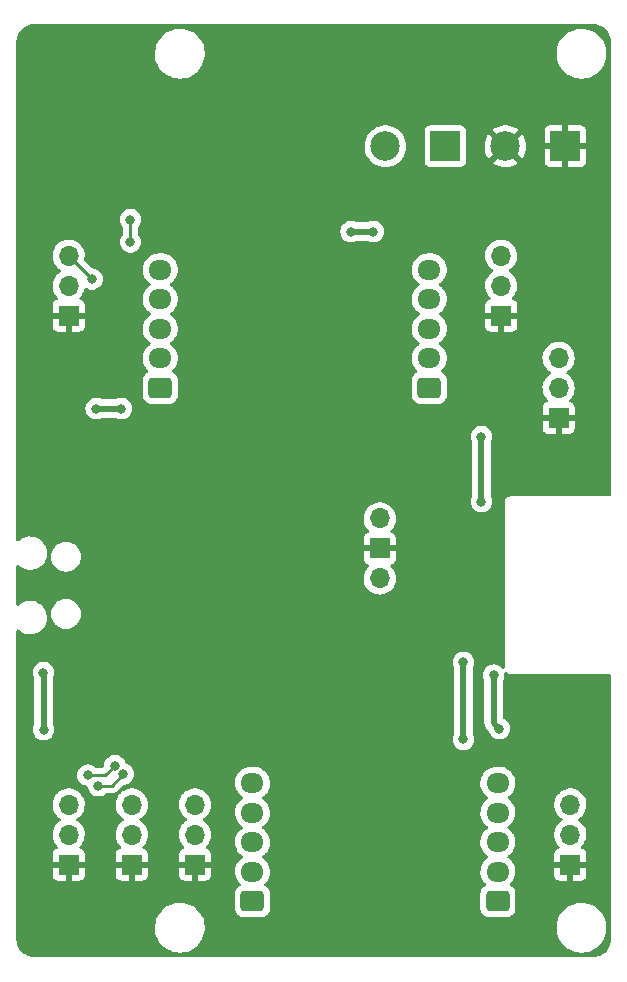
<source format=gbl>
G04 #@! TF.GenerationSoftware,KiCad,Pcbnew,6.0.7+dfsg-1build1*
G04 #@! TF.CreationDate,2023-03-30T21:09:48-07:00*
G04 #@! TF.ProjectId,moduleDriver,6d6f6475-6c65-4447-9269-7665722e6b69,rev?*
G04 #@! TF.SameCoordinates,Original*
G04 #@! TF.FileFunction,Copper,L2,Bot*
G04 #@! TF.FilePolarity,Positive*
%FSLAX46Y46*%
G04 Gerber Fmt 4.6, Leading zero omitted, Abs format (unit mm)*
G04 Created by KiCad (PCBNEW 6.0.7+dfsg-1build1) date 2023-03-30 21:09:48*
%MOMM*%
%LPD*%
G01*
G04 APERTURE LIST*
G04 Aperture macros list*
%AMRoundRect*
0 Rectangle with rounded corners*
0 $1 Rounding radius*
0 $2 $3 $4 $5 $6 $7 $8 $9 X,Y pos of 4 corners*
0 Add a 4 corners polygon primitive as box body*
4,1,4,$2,$3,$4,$5,$6,$7,$8,$9,$2,$3,0*
0 Add four circle primitives for the rounded corners*
1,1,$1+$1,$2,$3*
1,1,$1+$1,$4,$5*
1,1,$1+$1,$6,$7*
1,1,$1+$1,$8,$9*
0 Add four rect primitives between the rounded corners*
20,1,$1+$1,$2,$3,$4,$5,0*
20,1,$1+$1,$4,$5,$6,$7,0*
20,1,$1+$1,$6,$7,$8,$9,0*
20,1,$1+$1,$8,$9,$2,$3,0*%
G04 Aperture macros list end*
G04 #@! TA.AperFunction,ComponentPad*
%ADD10R,1.700000X1.700000*%
G04 #@! TD*
G04 #@! TA.AperFunction,ComponentPad*
%ADD11O,1.700000X1.700000*%
G04 #@! TD*
G04 #@! TA.AperFunction,ComponentPad*
%ADD12RoundRect,0.250000X0.725000X-0.600000X0.725000X0.600000X-0.725000X0.600000X-0.725000X-0.600000X0*%
G04 #@! TD*
G04 #@! TA.AperFunction,ComponentPad*
%ADD13O,1.950000X1.700000*%
G04 #@! TD*
G04 #@! TA.AperFunction,ComponentPad*
%ADD14R,2.500000X2.500000*%
G04 #@! TD*
G04 #@! TA.AperFunction,ComponentPad*
%ADD15C,2.500000*%
G04 #@! TD*
G04 #@! TA.AperFunction,ViaPad*
%ADD16C,0.800000*%
G04 #@! TD*
G04 #@! TA.AperFunction,Conductor*
%ADD17C,0.550000*%
G04 #@! TD*
G04 #@! TA.AperFunction,Conductor*
%ADD18C,0.250000*%
G04 #@! TD*
G04 APERTURE END LIST*
D10*
X136056500Y-121651000D03*
D11*
X136056500Y-119111000D03*
X136056500Y-116571000D03*
D12*
X129921000Y-124751250D03*
D13*
X129921000Y-122251250D03*
X129921000Y-119751250D03*
X129921000Y-117251250D03*
X129921000Y-114751250D03*
D11*
X119923000Y-97428400D03*
D10*
X119923000Y-94888400D03*
D11*
X119923000Y-92348400D03*
D10*
X98921000Y-121651000D03*
D11*
X98921000Y-119111000D03*
X98921000Y-116571000D03*
D10*
X93575000Y-75173750D03*
D11*
X93575000Y-72633750D03*
X93575000Y-70093750D03*
D10*
X104267000Y-121651000D03*
D11*
X104267000Y-119111000D03*
X104267000Y-116571000D03*
D10*
X135056500Y-83830400D03*
D11*
X135056500Y-81290400D03*
X135056500Y-78750400D03*
D14*
X135636000Y-60833000D03*
D15*
X130556000Y-60833000D03*
D14*
X125476000Y-60833000D03*
D15*
X120396000Y-60833000D03*
D12*
X124104400Y-81273750D03*
D13*
X124104400Y-78773750D03*
X124104400Y-76273750D03*
X124104400Y-73773750D03*
X124104400Y-71273750D03*
D10*
X130200400Y-75173750D03*
D11*
X130200400Y-72633750D03*
X130200400Y-70093750D03*
D10*
X93575000Y-121651000D03*
D11*
X93575000Y-119111000D03*
X93575000Y-116571000D03*
D12*
X101329000Y-81273750D03*
D13*
X101329000Y-78773750D03*
X101329000Y-76273750D03*
X101329000Y-73773750D03*
X101329000Y-71273750D03*
D12*
X109140000Y-124751250D03*
D13*
X109140000Y-122251250D03*
X109140000Y-119751250D03*
X109140000Y-117251250D03*
X109140000Y-114751250D03*
D16*
X128524000Y-85423000D03*
X127000000Y-104535500D03*
X128524000Y-90932000D03*
X127000000Y-111052000D03*
X93535800Y-55054200D03*
X95491000Y-55054200D03*
X95273000Y-85575000D03*
X90932000Y-65509602D03*
X120650000Y-110490000D03*
X120142000Y-119761000D03*
X121310400Y-91033600D03*
X95491000Y-52832000D03*
X108000800Y-105308400D03*
X114423200Y-113478800D03*
X133350000Y-85852000D03*
X98145600Y-62737998D03*
X98145600Y-64137997D03*
X118341250Y-79502000D03*
X98145600Y-61337999D03*
X132384800Y-119786400D03*
X95402400Y-58775600D03*
X93729166Y-66700400D03*
X93735734Y-58826400D03*
X113729000Y-114935000D03*
X105156000Y-60674300D03*
X110236000Y-65024000D03*
X93535800Y-52832000D03*
X97069067Y-58775600D03*
X107950000Y-91033600D03*
X120650000Y-105359200D03*
X95250000Y-105308400D03*
X133350000Y-110490000D03*
X90932000Y-59909603D03*
X98145600Y-59938000D03*
X90932000Y-64109600D03*
X92156000Y-125633200D03*
X102157491Y-60663422D03*
X97062499Y-66649600D03*
X91440000Y-91998800D03*
X99009200Y-127711200D03*
X114046000Y-65024000D03*
X120650000Y-85814500D03*
X107950000Y-110490000D03*
X95250000Y-110490000D03*
X98145600Y-65537999D03*
X95395832Y-66649600D03*
X90932000Y-62709601D03*
X119380000Y-81048750D03*
X107950000Y-85598000D03*
X92062500Y-66700400D03*
X91440000Y-103530400D03*
X90932000Y-61309602D03*
X92069068Y-58826400D03*
X119380000Y-68072000D03*
X117489750Y-68072000D03*
X91440000Y-105410000D03*
X91449928Y-110236000D03*
X98806000Y-67056000D03*
X98806000Y-68946500D03*
X95560625Y-72079375D03*
X130050173Y-110154175D03*
X95913500Y-83058000D03*
X129563012Y-105624702D03*
X98044000Y-83058000D03*
X96093635Y-114980365D03*
X98207363Y-113984237D03*
X95204635Y-114091365D03*
X97496163Y-113273037D03*
D17*
X127000000Y-104535500D02*
X127000000Y-111052000D01*
X128524000Y-85423000D02*
X128524000Y-90932000D01*
X91449928Y-105419928D02*
X91440000Y-105410000D01*
X91449928Y-110236000D02*
X91449928Y-105419928D01*
X117489750Y-68072000D02*
X119380000Y-68072000D01*
D18*
X98806000Y-68946500D02*
X98806000Y-67056000D01*
X95560625Y-72079375D02*
X93575000Y-70093750D01*
D17*
X95913500Y-83058000D02*
X98044000Y-83058000D01*
X129563012Y-109667014D02*
X130050173Y-110154175D01*
X129563012Y-105624702D02*
X129563012Y-109667014D01*
D18*
X97211235Y-114980365D02*
X98207363Y-113984237D01*
X96093635Y-114980365D02*
X97211235Y-114980365D01*
X96677835Y-114091365D02*
X95204635Y-114091365D01*
X97496163Y-113273037D02*
X96677835Y-114091365D01*
G04 #@! TA.AperFunction,Conductor*
G36*
X137970018Y-50510000D02*
G01*
X137984851Y-50512310D01*
X137984855Y-50512310D01*
X137993724Y-50513691D01*
X138008981Y-50511696D01*
X138034302Y-50510953D01*
X138203285Y-50523039D01*
X138221064Y-50525596D01*
X138411392Y-50566999D01*
X138428641Y-50572063D01*
X138611150Y-50640136D01*
X138627502Y-50647604D01*
X138798458Y-50740952D01*
X138813582Y-50750672D01*
X138969514Y-50867402D01*
X138983100Y-50879175D01*
X139120825Y-51016900D01*
X139132598Y-51030486D01*
X139249328Y-51186418D01*
X139259048Y-51201542D01*
X139352396Y-51372498D01*
X139359864Y-51388850D01*
X139427937Y-51571359D01*
X139433001Y-51588607D01*
X139474404Y-51778936D01*
X139476962Y-51796721D01*
X139488540Y-51958601D01*
X139487793Y-51976565D01*
X139487692Y-51984845D01*
X139486309Y-51993724D01*
X139487474Y-52002630D01*
X139490436Y-52025283D01*
X139491500Y-52041621D01*
X139491500Y-90365500D01*
X139471498Y-90433621D01*
X139417842Y-90480114D01*
X139365500Y-90491500D01*
X131008623Y-90491500D01*
X131007853Y-90491498D01*
X131007037Y-90491493D01*
X130930279Y-90491024D01*
X130907918Y-90497415D01*
X130901847Y-90499150D01*
X130885085Y-90502728D01*
X130855813Y-90506920D01*
X130847645Y-90510634D01*
X130847644Y-90510634D01*
X130832438Y-90517548D01*
X130814914Y-90523996D01*
X130790229Y-90531051D01*
X130782635Y-90535843D01*
X130782632Y-90535844D01*
X130765220Y-90546830D01*
X130750137Y-90554969D01*
X130723218Y-90567208D01*
X130716416Y-90573069D01*
X130703765Y-90583970D01*
X130688761Y-90595073D01*
X130667042Y-90608776D01*
X130661103Y-90615501D01*
X130661099Y-90615504D01*
X130647468Y-90630938D01*
X130635276Y-90642982D01*
X130619673Y-90656427D01*
X130619671Y-90656430D01*
X130612873Y-90662287D01*
X130607993Y-90669816D01*
X130607992Y-90669817D01*
X130598906Y-90683835D01*
X130587615Y-90698709D01*
X130576569Y-90711217D01*
X130570622Y-90717951D01*
X130562245Y-90735794D01*
X130558058Y-90744711D01*
X130549737Y-90759691D01*
X130538529Y-90776983D01*
X130538527Y-90776988D01*
X130533648Y-90784515D01*
X130531078Y-90793108D01*
X130531076Y-90793113D01*
X130526289Y-90809120D01*
X130519628Y-90826564D01*
X130508719Y-90849800D01*
X130507338Y-90858667D01*
X130507338Y-90858668D01*
X130504170Y-90879015D01*
X130500387Y-90895732D01*
X130494485Y-90915466D01*
X130494484Y-90915472D01*
X130491914Y-90924066D01*
X130491859Y-90933037D01*
X130491859Y-90933038D01*
X130491704Y-90958497D01*
X130491671Y-90959289D01*
X130491500Y-90960386D01*
X130491500Y-90991377D01*
X130491498Y-90992147D01*
X130491024Y-91069721D01*
X130491408Y-91071065D01*
X130491500Y-91072410D01*
X130491500Y-104969921D01*
X130471498Y-105038042D01*
X130417842Y-105084535D01*
X130347568Y-105094639D01*
X130282988Y-105065145D01*
X130271864Y-105054231D01*
X130263309Y-105044729D01*
X130174265Y-104945836D01*
X130067337Y-104868148D01*
X130025106Y-104837465D01*
X130025105Y-104837464D01*
X130019764Y-104833584D01*
X130013736Y-104830900D01*
X130013734Y-104830899D01*
X129851331Y-104758593D01*
X129851330Y-104758593D01*
X129845300Y-104755908D01*
X129751852Y-104736045D01*
X129664956Y-104717574D01*
X129664951Y-104717574D01*
X129658499Y-104716202D01*
X129467525Y-104716202D01*
X129461073Y-104717574D01*
X129461068Y-104717574D01*
X129374172Y-104736045D01*
X129280724Y-104755908D01*
X129274694Y-104758593D01*
X129274693Y-104758593D01*
X129112290Y-104830899D01*
X129112288Y-104830900D01*
X129106260Y-104833584D01*
X129100919Y-104837464D01*
X129100918Y-104837465D01*
X129058687Y-104868148D01*
X128951759Y-104945836D01*
X128947338Y-104950746D01*
X128947337Y-104950747D01*
X128840213Y-105069721D01*
X128823972Y-105087758D01*
X128728485Y-105253146D01*
X128669470Y-105434774D01*
X128668780Y-105441335D01*
X128668780Y-105441337D01*
X128652802Y-105593365D01*
X128649508Y-105624702D01*
X128669470Y-105814630D01*
X128728485Y-105996258D01*
X128731788Y-106001980D01*
X128731789Y-106001981D01*
X128762631Y-106055400D01*
X128779512Y-106118400D01*
X128779512Y-109658013D01*
X128779505Y-109659333D01*
X128778590Y-109746692D01*
X128780079Y-109753577D01*
X128780079Y-109753580D01*
X128787426Y-109787559D01*
X128789487Y-109800142D01*
X128794148Y-109841696D01*
X128796466Y-109848351D01*
X128796467Y-109848357D01*
X128804756Y-109872160D01*
X128808919Y-109886969D01*
X128814248Y-109911615D01*
X128815737Y-109918500D01*
X128833414Y-109956409D01*
X128838196Y-109968185D01*
X128851955Y-110007695D01*
X128869049Y-110035051D01*
X128876389Y-110048570D01*
X128878285Y-110052635D01*
X128890023Y-110077808D01*
X128894336Y-110083368D01*
X128894337Y-110083370D01*
X128915652Y-110110849D01*
X128922941Y-110121297D01*
X128945103Y-110156763D01*
X128971762Y-110183610D01*
X128972831Y-110184686D01*
X128973385Y-110185278D01*
X128973889Y-110185927D01*
X128999041Y-110211079D01*
X129068961Y-110281489D01*
X129069971Y-110282130D01*
X129071150Y-110283188D01*
X129147065Y-110359103D01*
X129177802Y-110409261D01*
X129215646Y-110525731D01*
X129311133Y-110691119D01*
X129438920Y-110833041D01*
X129593421Y-110945293D01*
X129599449Y-110947977D01*
X129599451Y-110947978D01*
X129761854Y-111020284D01*
X129767885Y-111022969D01*
X129861286Y-111042822D01*
X129948229Y-111061303D01*
X129948234Y-111061303D01*
X129954686Y-111062675D01*
X130145660Y-111062675D01*
X130152112Y-111061303D01*
X130152117Y-111061303D01*
X130239061Y-111042822D01*
X130332461Y-111022969D01*
X130338492Y-111020284D01*
X130500895Y-110947978D01*
X130500897Y-110947977D01*
X130506925Y-110945293D01*
X130661426Y-110833041D01*
X130789213Y-110691119D01*
X130884700Y-110525731D01*
X130943715Y-110344103D01*
X130950207Y-110282340D01*
X130962987Y-110160740D01*
X130963677Y-110154175D01*
X130943715Y-109964247D01*
X130884700Y-109782619D01*
X130863958Y-109746692D01*
X130847487Y-109718165D01*
X130789213Y-109617231D01*
X130661426Y-109475309D01*
X130506925Y-109363057D01*
X130500897Y-109360373D01*
X130500895Y-109360372D01*
X130421263Y-109324918D01*
X130367167Y-109278938D01*
X130346512Y-109209811D01*
X130346512Y-106118400D01*
X130363393Y-106055400D01*
X130394235Y-106001981D01*
X130394236Y-106001980D01*
X130397539Y-105996258D01*
X130456554Y-105814630D01*
X130476516Y-105624702D01*
X130473222Y-105593365D01*
X130463599Y-105501802D01*
X130476371Y-105431964D01*
X130524873Y-105380117D01*
X130593706Y-105362723D01*
X130660594Y-105385163D01*
X130662287Y-105387127D01*
X130668511Y-105391161D01*
X130683835Y-105401094D01*
X130698709Y-105412385D01*
X130711217Y-105423431D01*
X130717951Y-105429378D01*
X130744711Y-105441942D01*
X130759691Y-105450263D01*
X130776983Y-105461471D01*
X130776988Y-105461473D01*
X130784515Y-105466352D01*
X130793108Y-105468922D01*
X130793113Y-105468924D01*
X130809120Y-105473711D01*
X130826564Y-105480372D01*
X130841676Y-105487467D01*
X130841678Y-105487468D01*
X130849800Y-105491281D01*
X130858667Y-105492662D01*
X130858668Y-105492662D01*
X130868310Y-105494163D01*
X130879017Y-105495830D01*
X130895732Y-105499613D01*
X130915466Y-105505515D01*
X130915472Y-105505516D01*
X130924066Y-105508086D01*
X130933037Y-105508141D01*
X130933038Y-105508141D01*
X130943097Y-105508202D01*
X130958506Y-105508296D01*
X130959289Y-105508329D01*
X130960386Y-105508500D01*
X130991377Y-105508500D01*
X130992147Y-105508502D01*
X131065785Y-105508952D01*
X131065786Y-105508952D01*
X131069721Y-105508976D01*
X131071065Y-105508592D01*
X131072410Y-105508500D01*
X139365500Y-105508500D01*
X139433621Y-105528502D01*
X139480114Y-105582158D01*
X139491500Y-105634500D01*
X139491500Y-127950633D01*
X139490000Y-127970018D01*
X139487690Y-127984851D01*
X139487690Y-127984855D01*
X139486309Y-127993724D01*
X139488136Y-128007693D01*
X139488304Y-128008976D01*
X139489047Y-128034305D01*
X139476962Y-128203279D01*
X139474404Y-128221064D01*
X139472986Y-128227586D01*
X139433001Y-128411392D01*
X139427937Y-128428641D01*
X139359864Y-128611150D01*
X139352396Y-128627502D01*
X139259048Y-128798458D01*
X139249328Y-128813582D01*
X139132598Y-128969514D01*
X139120825Y-128983100D01*
X138983100Y-129120825D01*
X138969514Y-129132598D01*
X138813582Y-129249328D01*
X138798458Y-129259048D01*
X138627502Y-129352396D01*
X138611150Y-129359864D01*
X138428641Y-129427937D01*
X138411393Y-129433001D01*
X138221064Y-129474404D01*
X138203285Y-129476961D01*
X138041395Y-129488540D01*
X138023435Y-129487793D01*
X138015155Y-129487692D01*
X138006276Y-129486309D01*
X137974714Y-129490436D01*
X137958379Y-129491500D01*
X90695367Y-129491500D01*
X90675982Y-129490000D01*
X90661149Y-129487690D01*
X90661145Y-129487690D01*
X90652276Y-129486309D01*
X90637019Y-129488304D01*
X90611698Y-129489047D01*
X90442715Y-129476961D01*
X90424936Y-129474404D01*
X90234607Y-129433001D01*
X90217359Y-129427937D01*
X90034850Y-129359864D01*
X90018498Y-129352396D01*
X89847542Y-129259048D01*
X89832418Y-129249328D01*
X89676486Y-129132598D01*
X89662900Y-129120825D01*
X89525175Y-128983100D01*
X89513402Y-128969514D01*
X89396672Y-128813582D01*
X89386952Y-128798458D01*
X89293604Y-128627502D01*
X89286136Y-128611150D01*
X89218063Y-128428641D01*
X89212999Y-128411392D01*
X89173014Y-128227586D01*
X89171596Y-128221064D01*
X89169038Y-128203278D01*
X89157719Y-128045012D01*
X89158805Y-128022245D01*
X89158334Y-128022203D01*
X89158770Y-128017345D01*
X89159576Y-128012552D01*
X89159729Y-128000000D01*
X89155773Y-127972376D01*
X89154500Y-127954514D01*
X89154500Y-127132703D01*
X100890743Y-127132703D01*
X100928268Y-127417734D01*
X101004129Y-127695036D01*
X101005813Y-127698984D01*
X101114807Y-127954514D01*
X101116923Y-127959476D01*
X101264561Y-128206161D01*
X101444313Y-128430528D01*
X101652851Y-128628423D01*
X101886317Y-128796186D01*
X101890112Y-128798195D01*
X101890113Y-128798196D01*
X101911869Y-128809715D01*
X102140392Y-128930712D01*
X102410373Y-129029511D01*
X102691264Y-129090755D01*
X102719841Y-129093004D01*
X102914282Y-129108307D01*
X102914291Y-129108307D01*
X102916739Y-129108500D01*
X103072271Y-129108500D01*
X103074407Y-129108354D01*
X103074418Y-129108354D01*
X103282548Y-129094165D01*
X103282554Y-129094164D01*
X103286825Y-129093873D01*
X103291020Y-129093004D01*
X103291022Y-129093004D01*
X103427584Y-129064723D01*
X103568342Y-129035574D01*
X103839343Y-128939607D01*
X104094812Y-128807750D01*
X104098313Y-128805289D01*
X104098317Y-128805287D01*
X104212418Y-128725095D01*
X104330023Y-128642441D01*
X104540622Y-128446740D01*
X104722713Y-128224268D01*
X104872927Y-127979142D01*
X104988483Y-127715898D01*
X105067244Y-127439406D01*
X105107751Y-127154784D01*
X105107845Y-127136951D01*
X105107867Y-127132703D01*
X134890743Y-127132703D01*
X134928268Y-127417734D01*
X135004129Y-127695036D01*
X135005813Y-127698984D01*
X135114807Y-127954514D01*
X135116923Y-127959476D01*
X135264561Y-128206161D01*
X135444313Y-128430528D01*
X135652851Y-128628423D01*
X135886317Y-128796186D01*
X135890112Y-128798195D01*
X135890113Y-128798196D01*
X135911869Y-128809715D01*
X136140392Y-128930712D01*
X136410373Y-129029511D01*
X136691264Y-129090755D01*
X136719841Y-129093004D01*
X136914282Y-129108307D01*
X136914291Y-129108307D01*
X136916739Y-129108500D01*
X137072271Y-129108500D01*
X137074407Y-129108354D01*
X137074418Y-129108354D01*
X137282548Y-129094165D01*
X137282554Y-129094164D01*
X137286825Y-129093873D01*
X137291020Y-129093004D01*
X137291022Y-129093004D01*
X137427584Y-129064723D01*
X137568342Y-129035574D01*
X137839343Y-128939607D01*
X138094812Y-128807750D01*
X138098313Y-128805289D01*
X138098317Y-128805287D01*
X138212418Y-128725095D01*
X138330023Y-128642441D01*
X138540622Y-128446740D01*
X138722713Y-128224268D01*
X138872927Y-127979142D01*
X138988483Y-127715898D01*
X139067244Y-127439406D01*
X139107751Y-127154784D01*
X139107845Y-127136951D01*
X139109235Y-126871583D01*
X139109235Y-126871576D01*
X139109257Y-126867297D01*
X139071732Y-126582266D01*
X138995871Y-126304964D01*
X138912461Y-126109413D01*
X138884763Y-126044476D01*
X138884761Y-126044472D01*
X138883077Y-126040524D01*
X138808527Y-125915960D01*
X138737643Y-125797521D01*
X138737640Y-125797517D01*
X138735439Y-125793839D01*
X138555687Y-125569472D01*
X138382264Y-125404900D01*
X138350258Y-125374527D01*
X138350255Y-125374525D01*
X138347149Y-125371577D01*
X138113683Y-125203814D01*
X138091843Y-125192250D01*
X138068654Y-125179972D01*
X137859608Y-125069288D01*
X137589627Y-124970489D01*
X137308736Y-124909245D01*
X137277685Y-124906801D01*
X137085718Y-124891693D01*
X137085709Y-124891693D01*
X137083261Y-124891500D01*
X136927729Y-124891500D01*
X136925593Y-124891646D01*
X136925582Y-124891646D01*
X136717452Y-124905835D01*
X136717446Y-124905836D01*
X136713175Y-124906127D01*
X136708980Y-124906996D01*
X136708978Y-124906996D01*
X136572417Y-124935276D01*
X136431658Y-124964426D01*
X136160657Y-125060393D01*
X135905188Y-125192250D01*
X135901687Y-125194711D01*
X135901683Y-125194713D01*
X135891594Y-125201804D01*
X135669977Y-125357559D01*
X135459378Y-125553260D01*
X135277287Y-125775732D01*
X135127073Y-126020858D01*
X135011517Y-126284102D01*
X134932756Y-126560594D01*
X134892249Y-126845216D01*
X134892227Y-126849505D01*
X134892226Y-126849512D01*
X134890765Y-127128417D01*
X134890743Y-127132703D01*
X105107867Y-127132703D01*
X105109235Y-126871583D01*
X105109235Y-126871576D01*
X105109257Y-126867297D01*
X105071732Y-126582266D01*
X104995871Y-126304964D01*
X104912461Y-126109413D01*
X104884763Y-126044476D01*
X104884761Y-126044472D01*
X104883077Y-126040524D01*
X104808527Y-125915960D01*
X104737643Y-125797521D01*
X104737640Y-125797517D01*
X104735439Y-125793839D01*
X104555687Y-125569472D01*
X104382264Y-125404900D01*
X104350258Y-125374527D01*
X104350255Y-125374525D01*
X104347149Y-125371577D01*
X104113683Y-125203814D01*
X104091843Y-125192250D01*
X104068654Y-125179972D01*
X103859608Y-125069288D01*
X103589627Y-124970489D01*
X103308736Y-124909245D01*
X103277685Y-124906801D01*
X103085718Y-124891693D01*
X103085709Y-124891693D01*
X103083261Y-124891500D01*
X102927729Y-124891500D01*
X102925593Y-124891646D01*
X102925582Y-124891646D01*
X102717452Y-124905835D01*
X102717446Y-124905836D01*
X102713175Y-124906127D01*
X102708980Y-124906996D01*
X102708978Y-124906996D01*
X102572417Y-124935276D01*
X102431658Y-124964426D01*
X102160657Y-125060393D01*
X101905188Y-125192250D01*
X101901687Y-125194711D01*
X101901683Y-125194713D01*
X101891594Y-125201804D01*
X101669977Y-125357559D01*
X101459378Y-125553260D01*
X101277287Y-125775732D01*
X101127073Y-126020858D01*
X101011517Y-126284102D01*
X100932756Y-126560594D01*
X100892249Y-126845216D01*
X100892227Y-126849505D01*
X100892226Y-126849512D01*
X100890765Y-127128417D01*
X100890743Y-127132703D01*
X89154500Y-127132703D01*
X89154500Y-122545669D01*
X92217001Y-122545669D01*
X92217371Y-122552490D01*
X92222895Y-122603352D01*
X92226521Y-122618604D01*
X92271676Y-122739054D01*
X92280214Y-122754649D01*
X92356715Y-122856724D01*
X92369276Y-122869285D01*
X92471351Y-122945786D01*
X92486946Y-122954324D01*
X92607394Y-122999478D01*
X92622649Y-123003105D01*
X92673514Y-123008631D01*
X92680328Y-123009000D01*
X93302885Y-123009000D01*
X93318124Y-123004525D01*
X93319329Y-123003135D01*
X93321000Y-122995452D01*
X93321000Y-122990884D01*
X93829000Y-122990884D01*
X93833475Y-123006123D01*
X93834865Y-123007328D01*
X93842548Y-123008999D01*
X94469669Y-123008999D01*
X94476490Y-123008629D01*
X94527352Y-123003105D01*
X94542604Y-122999479D01*
X94663054Y-122954324D01*
X94678649Y-122945786D01*
X94780724Y-122869285D01*
X94793285Y-122856724D01*
X94869786Y-122754649D01*
X94878324Y-122739054D01*
X94923478Y-122618606D01*
X94927105Y-122603351D01*
X94932631Y-122552486D01*
X94933000Y-122545672D01*
X94933000Y-122545669D01*
X97563001Y-122545669D01*
X97563371Y-122552490D01*
X97568895Y-122603352D01*
X97572521Y-122618604D01*
X97617676Y-122739054D01*
X97626214Y-122754649D01*
X97702715Y-122856724D01*
X97715276Y-122869285D01*
X97817351Y-122945786D01*
X97832946Y-122954324D01*
X97953394Y-122999478D01*
X97968649Y-123003105D01*
X98019514Y-123008631D01*
X98026328Y-123009000D01*
X98648885Y-123009000D01*
X98664124Y-123004525D01*
X98665329Y-123003135D01*
X98667000Y-122995452D01*
X98667000Y-122990884D01*
X99175000Y-122990884D01*
X99179475Y-123006123D01*
X99180865Y-123007328D01*
X99188548Y-123008999D01*
X99815669Y-123008999D01*
X99822490Y-123008629D01*
X99873352Y-123003105D01*
X99888604Y-122999479D01*
X100009054Y-122954324D01*
X100024649Y-122945786D01*
X100126724Y-122869285D01*
X100139285Y-122856724D01*
X100215786Y-122754649D01*
X100224324Y-122739054D01*
X100269478Y-122618606D01*
X100273105Y-122603351D01*
X100278631Y-122552486D01*
X100279000Y-122545672D01*
X100279000Y-122545669D01*
X102909001Y-122545669D01*
X102909371Y-122552490D01*
X102914895Y-122603352D01*
X102918521Y-122618604D01*
X102963676Y-122739054D01*
X102972214Y-122754649D01*
X103048715Y-122856724D01*
X103061276Y-122869285D01*
X103163351Y-122945786D01*
X103178946Y-122954324D01*
X103299394Y-122999478D01*
X103314649Y-123003105D01*
X103365514Y-123008631D01*
X103372328Y-123009000D01*
X103994885Y-123009000D01*
X104010124Y-123004525D01*
X104011329Y-123003135D01*
X104013000Y-122995452D01*
X104013000Y-122990884D01*
X104521000Y-122990884D01*
X104525475Y-123006123D01*
X104526865Y-123007328D01*
X104534548Y-123008999D01*
X105161669Y-123008999D01*
X105168490Y-123008629D01*
X105219352Y-123003105D01*
X105234604Y-122999479D01*
X105355054Y-122954324D01*
X105370649Y-122945786D01*
X105472724Y-122869285D01*
X105485285Y-122856724D01*
X105561786Y-122754649D01*
X105570324Y-122739054D01*
X105615478Y-122618606D01*
X105619105Y-122603351D01*
X105624631Y-122552486D01*
X105625000Y-122545672D01*
X105625000Y-122187024D01*
X107653102Y-122187024D01*
X107661751Y-122417408D01*
X107709093Y-122643041D01*
X107711051Y-122648000D01*
X107711052Y-122648002D01*
X107747011Y-122739054D01*
X107793776Y-122857471D01*
X107913377Y-123054567D01*
X107916874Y-123058597D01*
X108003438Y-123158353D01*
X108064477Y-123228695D01*
X108100120Y-123257920D01*
X108140114Y-123316579D01*
X108142046Y-123387549D01*
X108105302Y-123448298D01*
X108086532Y-123462498D01*
X107955579Y-123543535D01*
X107940652Y-123552772D01*
X107815695Y-123677947D01*
X107722885Y-123828512D01*
X107667203Y-123996389D01*
X107656500Y-124100850D01*
X107656500Y-125401650D01*
X107667474Y-125507416D01*
X107669655Y-125513952D01*
X107669655Y-125513954D01*
X107713728Y-125646056D01*
X107723450Y-125675196D01*
X107816522Y-125825598D01*
X107941697Y-125950555D01*
X107947927Y-125954395D01*
X107947928Y-125954396D01*
X108085090Y-126038944D01*
X108092262Y-126043365D01*
X108172005Y-126069814D01*
X108253611Y-126096882D01*
X108253613Y-126096882D01*
X108260139Y-126099047D01*
X108266975Y-126099747D01*
X108266978Y-126099748D01*
X108310031Y-126104159D01*
X108364600Y-126109750D01*
X109915400Y-126109750D01*
X109918646Y-126109413D01*
X109918650Y-126109413D01*
X110014308Y-126099488D01*
X110014312Y-126099487D01*
X110021166Y-126098776D01*
X110027702Y-126096595D01*
X110027704Y-126096595D01*
X110159806Y-126052522D01*
X110188946Y-126042800D01*
X110339348Y-125949728D01*
X110464305Y-125824553D01*
X110480968Y-125797521D01*
X110553275Y-125680218D01*
X110553276Y-125680216D01*
X110557115Y-125673988D01*
X110596058Y-125556579D01*
X110610632Y-125512639D01*
X110610632Y-125512637D01*
X110612797Y-125506111D01*
X110623500Y-125401650D01*
X110623500Y-124100850D01*
X110612526Y-123995084D01*
X110556550Y-123827304D01*
X110463478Y-123676902D01*
X110338303Y-123551945D01*
X110192660Y-123462169D01*
X110145168Y-123409398D01*
X110133744Y-123339326D01*
X110162018Y-123274202D01*
X110171805Y-123263740D01*
X110282278Y-123158353D01*
X110286135Y-123154674D01*
X110423754Y-122969708D01*
X110528240Y-122764199D01*
X110531206Y-122754649D01*
X110595024Y-122549121D01*
X110596607Y-122544023D01*
X110597308Y-122538734D01*
X110626198Y-122320761D01*
X110626198Y-122320756D01*
X110626898Y-122315476D01*
X110622076Y-122187024D01*
X128434102Y-122187024D01*
X128442751Y-122417408D01*
X128490093Y-122643041D01*
X128492051Y-122648000D01*
X128492052Y-122648002D01*
X128528011Y-122739054D01*
X128574776Y-122857471D01*
X128694377Y-123054567D01*
X128697874Y-123058597D01*
X128784438Y-123158353D01*
X128845477Y-123228695D01*
X128881120Y-123257920D01*
X128921114Y-123316579D01*
X128923046Y-123387549D01*
X128886302Y-123448298D01*
X128867532Y-123462498D01*
X128736579Y-123543535D01*
X128721652Y-123552772D01*
X128596695Y-123677947D01*
X128503885Y-123828512D01*
X128448203Y-123996389D01*
X128437500Y-124100850D01*
X128437500Y-125401650D01*
X128448474Y-125507416D01*
X128450655Y-125513952D01*
X128450655Y-125513954D01*
X128494728Y-125646056D01*
X128504450Y-125675196D01*
X128597522Y-125825598D01*
X128722697Y-125950555D01*
X128728927Y-125954395D01*
X128728928Y-125954396D01*
X128866090Y-126038944D01*
X128873262Y-126043365D01*
X128953005Y-126069814D01*
X129034611Y-126096882D01*
X129034613Y-126096882D01*
X129041139Y-126099047D01*
X129047975Y-126099747D01*
X129047978Y-126099748D01*
X129091031Y-126104159D01*
X129145600Y-126109750D01*
X130696400Y-126109750D01*
X130699646Y-126109413D01*
X130699650Y-126109413D01*
X130795308Y-126099488D01*
X130795312Y-126099487D01*
X130802166Y-126098776D01*
X130808702Y-126096595D01*
X130808704Y-126096595D01*
X130940806Y-126052522D01*
X130969946Y-126042800D01*
X131120348Y-125949728D01*
X131245305Y-125824553D01*
X131261968Y-125797521D01*
X131334275Y-125680218D01*
X131334276Y-125680216D01*
X131338115Y-125673988D01*
X131377058Y-125556579D01*
X131391632Y-125512639D01*
X131391632Y-125512637D01*
X131393797Y-125506111D01*
X131404500Y-125401650D01*
X131404500Y-124100850D01*
X131393526Y-123995084D01*
X131337550Y-123827304D01*
X131244478Y-123676902D01*
X131119303Y-123551945D01*
X130973660Y-123462169D01*
X130926168Y-123409398D01*
X130914744Y-123339326D01*
X130943018Y-123274202D01*
X130952805Y-123263740D01*
X131063278Y-123158353D01*
X131067135Y-123154674D01*
X131204754Y-122969708D01*
X131309240Y-122764199D01*
X131312206Y-122754649D01*
X131376024Y-122549121D01*
X131377096Y-122545669D01*
X134698501Y-122545669D01*
X134698871Y-122552490D01*
X134704395Y-122603352D01*
X134708021Y-122618604D01*
X134753176Y-122739054D01*
X134761714Y-122754649D01*
X134838215Y-122856724D01*
X134850776Y-122869285D01*
X134952851Y-122945786D01*
X134968446Y-122954324D01*
X135088894Y-122999478D01*
X135104149Y-123003105D01*
X135155014Y-123008631D01*
X135161828Y-123009000D01*
X135784385Y-123009000D01*
X135799624Y-123004525D01*
X135800829Y-123003135D01*
X135802500Y-122995452D01*
X135802500Y-122990884D01*
X136310500Y-122990884D01*
X136314975Y-123006123D01*
X136316365Y-123007328D01*
X136324048Y-123008999D01*
X136951169Y-123008999D01*
X136957990Y-123008629D01*
X137008852Y-123003105D01*
X137024104Y-122999479D01*
X137144554Y-122954324D01*
X137160149Y-122945786D01*
X137262224Y-122869285D01*
X137274785Y-122856724D01*
X137351286Y-122754649D01*
X137359824Y-122739054D01*
X137404978Y-122618606D01*
X137408605Y-122603351D01*
X137414131Y-122552486D01*
X137414500Y-122545672D01*
X137414500Y-121923115D01*
X137410025Y-121907876D01*
X137408635Y-121906671D01*
X137400952Y-121905000D01*
X136328615Y-121905000D01*
X136313376Y-121909475D01*
X136312171Y-121910865D01*
X136310500Y-121918548D01*
X136310500Y-122990884D01*
X135802500Y-122990884D01*
X135802500Y-121923115D01*
X135798025Y-121907876D01*
X135796635Y-121906671D01*
X135788952Y-121905000D01*
X134716616Y-121905000D01*
X134701377Y-121909475D01*
X134700172Y-121910865D01*
X134698501Y-121918548D01*
X134698501Y-122545669D01*
X131377096Y-122545669D01*
X131377607Y-122544023D01*
X131378308Y-122538734D01*
X131407198Y-122320761D01*
X131407198Y-122320756D01*
X131407898Y-122315476D01*
X131399249Y-122085092D01*
X131351907Y-121859459D01*
X131267224Y-121645029D01*
X131147623Y-121447933D01*
X131099543Y-121392525D01*
X131000023Y-121277838D01*
X131000021Y-121277836D01*
X130996523Y-121273805D01*
X130954970Y-121239734D01*
X130822373Y-121131010D01*
X130822367Y-121131006D01*
X130818245Y-121127626D01*
X130786750Y-121109698D01*
X130737445Y-121058618D01*
X130723583Y-120988988D01*
X130749566Y-120922917D01*
X130778716Y-120895677D01*
X130814642Y-120871490D01*
X130900319Y-120813809D01*
X130960575Y-120756328D01*
X131021038Y-120698648D01*
X131067135Y-120654674D01*
X131204754Y-120469708D01*
X131309240Y-120264199D01*
X131320595Y-120227632D01*
X131376024Y-120049121D01*
X131377607Y-120044023D01*
X131384728Y-119990292D01*
X131407198Y-119820761D01*
X131407198Y-119820756D01*
X131407898Y-119815476D01*
X131399249Y-119585092D01*
X131351907Y-119359459D01*
X131302181Y-119233546D01*
X131269185Y-119149994D01*
X131269184Y-119149992D01*
X131267224Y-119145029D01*
X131244540Y-119107646D01*
X131226365Y-119077695D01*
X134693751Y-119077695D01*
X134694048Y-119082848D01*
X134694048Y-119082851D01*
X134699511Y-119177590D01*
X134706610Y-119300715D01*
X134707747Y-119305761D01*
X134707748Y-119305767D01*
X134721025Y-119364678D01*
X134755722Y-119518639D01*
X134793961Y-119612811D01*
X134824096Y-119687024D01*
X134839766Y-119725616D01*
X134956487Y-119916088D01*
X135102750Y-120084938D01*
X135106725Y-120088238D01*
X135106731Y-120088244D01*
X135111925Y-120092556D01*
X135151559Y-120151460D01*
X135153055Y-120222441D01*
X135115939Y-120282962D01*
X135075668Y-120307480D01*
X134968446Y-120347676D01*
X134952851Y-120356214D01*
X134850776Y-120432715D01*
X134838215Y-120445276D01*
X134761714Y-120547351D01*
X134753176Y-120562946D01*
X134708022Y-120683394D01*
X134704395Y-120698649D01*
X134698869Y-120749514D01*
X134698500Y-120756328D01*
X134698500Y-121378885D01*
X134702975Y-121394124D01*
X134704365Y-121395329D01*
X134712048Y-121397000D01*
X137396384Y-121397000D01*
X137411623Y-121392525D01*
X137412828Y-121391135D01*
X137414499Y-121383452D01*
X137414499Y-120756331D01*
X137414129Y-120749510D01*
X137408605Y-120698648D01*
X137404979Y-120683396D01*
X137359824Y-120562946D01*
X137351286Y-120547351D01*
X137274785Y-120445276D01*
X137262224Y-120432715D01*
X137160149Y-120356214D01*
X137144554Y-120347676D01*
X137034313Y-120306348D01*
X136977549Y-120263706D01*
X136952849Y-120197145D01*
X136968057Y-120127796D01*
X136989604Y-120099115D01*
X137090930Y-119998144D01*
X137090940Y-119998132D01*
X137094596Y-119994489D01*
X137154094Y-119911689D01*
X137221935Y-119817277D01*
X137224953Y-119813077D01*
X137323930Y-119612811D01*
X137356400Y-119505940D01*
X137387365Y-119404023D01*
X137387365Y-119404021D01*
X137388870Y-119399069D01*
X137418029Y-119177590D01*
X137419656Y-119111000D01*
X137401352Y-118888361D01*
X137346931Y-118671702D01*
X137257854Y-118466840D01*
X137158854Y-118313809D01*
X137139322Y-118283617D01*
X137139320Y-118283614D01*
X137136514Y-118279277D01*
X136986170Y-118114051D01*
X136982119Y-118110852D01*
X136982115Y-118110848D01*
X136814914Y-117978800D01*
X136814910Y-117978798D01*
X136810859Y-117975598D01*
X136769553Y-117952796D01*
X136719584Y-117902364D01*
X136704812Y-117832921D01*
X136729928Y-117766516D01*
X136757280Y-117739909D01*
X136801103Y-117708650D01*
X136936360Y-117612173D01*
X137094596Y-117454489D01*
X137154094Y-117371689D01*
X137221935Y-117277277D01*
X137224953Y-117273077D01*
X137317861Y-117085092D01*
X137321636Y-117077453D01*
X137321637Y-117077451D01*
X137323930Y-117072811D01*
X137388870Y-116859069D01*
X137418029Y-116637590D01*
X137419656Y-116571000D01*
X137401352Y-116348361D01*
X137346931Y-116131702D01*
X137257854Y-115926840D01*
X137218406Y-115865862D01*
X137139322Y-115743617D01*
X137139320Y-115743614D01*
X137136514Y-115739277D01*
X136986170Y-115574051D01*
X136982119Y-115570852D01*
X136982115Y-115570848D01*
X136814914Y-115438800D01*
X136814910Y-115438798D01*
X136810859Y-115435598D01*
X136615289Y-115327638D01*
X136610420Y-115325914D01*
X136610416Y-115325912D01*
X136409587Y-115254795D01*
X136409583Y-115254794D01*
X136404712Y-115253069D01*
X136399619Y-115252162D01*
X136399616Y-115252161D01*
X136189873Y-115214800D01*
X136189867Y-115214799D01*
X136184784Y-115213894D01*
X136110952Y-115212992D01*
X135966581Y-115211228D01*
X135966579Y-115211228D01*
X135961411Y-115211165D01*
X135740591Y-115244955D01*
X135528256Y-115314357D01*
X135497943Y-115330137D01*
X135358002Y-115402986D01*
X135330107Y-115417507D01*
X135325974Y-115420610D01*
X135325971Y-115420612D01*
X135157144Y-115547371D01*
X135151465Y-115551635D01*
X135135259Y-115568594D01*
X135052999Y-115654674D01*
X134997129Y-115713138D01*
X134871243Y-115897680D01*
X134855503Y-115931590D01*
X134795926Y-116059938D01*
X134777188Y-116100305D01*
X134717489Y-116315570D01*
X134693751Y-116537695D01*
X134694048Y-116542848D01*
X134694048Y-116542851D01*
X134706312Y-116755547D01*
X134706610Y-116760715D01*
X134707747Y-116765761D01*
X134707748Y-116765767D01*
X134727619Y-116853939D01*
X134755722Y-116978639D01*
X134839766Y-117185616D01*
X134956487Y-117376088D01*
X135102750Y-117544938D01*
X135274626Y-117687632D01*
X135345095Y-117728811D01*
X135347945Y-117730476D01*
X135396669Y-117782114D01*
X135409740Y-117851897D01*
X135383009Y-117917669D01*
X135342555Y-117951027D01*
X135330107Y-117957507D01*
X135325974Y-117960610D01*
X135325971Y-117960612D01*
X135155600Y-118088530D01*
X135151465Y-118091635D01*
X135147893Y-118095373D01*
X135017251Y-118232082D01*
X134997129Y-118253138D01*
X134871243Y-118437680D01*
X134836043Y-118513512D01*
X134781503Y-118631010D01*
X134777188Y-118640305D01*
X134717489Y-118855570D01*
X134693751Y-119077695D01*
X131226365Y-119077695D01*
X131150390Y-118952493D01*
X131147623Y-118947933D01*
X131091574Y-118883342D01*
X131000023Y-118777838D01*
X131000021Y-118777836D01*
X130996523Y-118773805D01*
X130954970Y-118739734D01*
X130822373Y-118631010D01*
X130822367Y-118631006D01*
X130818245Y-118627626D01*
X130786750Y-118609698D01*
X130737445Y-118558618D01*
X130723583Y-118488988D01*
X130749566Y-118422917D01*
X130778716Y-118395677D01*
X130814642Y-118371490D01*
X130900319Y-118313809D01*
X131067135Y-118154674D01*
X131204754Y-117969708D01*
X131210958Y-117957507D01*
X131290866Y-117800338D01*
X131309240Y-117764199D01*
X131316166Y-117741896D01*
X131376024Y-117549121D01*
X131377607Y-117544023D01*
X131390030Y-117450292D01*
X131407198Y-117320761D01*
X131407198Y-117320756D01*
X131407898Y-117315476D01*
X131399249Y-117085092D01*
X131351907Y-116859459D01*
X131267224Y-116645029D01*
X131147623Y-116447933D01*
X131060755Y-116347826D01*
X131000023Y-116277838D01*
X131000021Y-116277836D01*
X130996523Y-116273805D01*
X130954970Y-116239734D01*
X130822373Y-116131010D01*
X130822367Y-116131006D01*
X130818245Y-116127626D01*
X130786750Y-116109698D01*
X130737445Y-116058618D01*
X130723583Y-115988988D01*
X130749566Y-115922917D01*
X130778716Y-115895677D01*
X130814642Y-115871490D01*
X130900319Y-115813809D01*
X130941874Y-115774168D01*
X131009766Y-115709401D01*
X131067135Y-115654674D01*
X131204754Y-115469708D01*
X131210837Y-115457745D01*
X131276986Y-115327638D01*
X131309240Y-115264199D01*
X131314717Y-115246562D01*
X131376024Y-115049121D01*
X131377607Y-115044023D01*
X131392767Y-114929641D01*
X131407198Y-114820761D01*
X131407198Y-114820756D01*
X131407898Y-114815476D01*
X131406200Y-114770231D01*
X131399449Y-114590423D01*
X131399249Y-114585092D01*
X131351907Y-114359459D01*
X131281210Y-114180443D01*
X131269185Y-114149994D01*
X131269184Y-114149992D01*
X131267224Y-114145029D01*
X131147623Y-113947933D01*
X131060755Y-113847826D01*
X131000023Y-113777838D01*
X131000021Y-113777836D01*
X130996523Y-113773805D01*
X130930670Y-113719809D01*
X130822373Y-113631010D01*
X130822367Y-113631006D01*
X130818245Y-113627626D01*
X130813609Y-113624987D01*
X130813606Y-113624985D01*
X130622529Y-113516218D01*
X130617886Y-113513575D01*
X130401175Y-113434913D01*
X130395926Y-113433964D01*
X130395923Y-113433963D01*
X130178392Y-113394627D01*
X130178385Y-113394626D01*
X130174308Y-113393889D01*
X130156586Y-113393053D01*
X130151644Y-113392820D01*
X130151637Y-113392820D01*
X130150156Y-113392750D01*
X129738110Y-113392750D01*
X129671191Y-113398428D01*
X129571591Y-113406879D01*
X129571587Y-113406880D01*
X129566280Y-113407330D01*
X129561125Y-113408668D01*
X129561119Y-113408669D01*
X129348297Y-113463907D01*
X129348293Y-113463908D01*
X129343128Y-113465249D01*
X129338262Y-113467441D01*
X129338259Y-113467442D01*
X129229980Y-113516218D01*
X129132925Y-113559938D01*
X128941681Y-113688691D01*
X128774865Y-113847826D01*
X128637246Y-114032792D01*
X128532760Y-114238301D01*
X128531178Y-114243395D01*
X128531177Y-114243398D01*
X128469115Y-114443270D01*
X128464393Y-114458477D01*
X128463692Y-114463766D01*
X128436758Y-114666986D01*
X128434102Y-114687024D01*
X128434302Y-114692353D01*
X128434302Y-114692355D01*
X128437418Y-114775355D01*
X128442751Y-114917408D01*
X128490093Y-115143041D01*
X128492051Y-115148000D01*
X128492052Y-115148002D01*
X128562313Y-115325912D01*
X128574776Y-115357471D01*
X128577543Y-115362030D01*
X128577544Y-115362033D01*
X128665763Y-115507413D01*
X128694377Y-115554567D01*
X128697874Y-115558597D01*
X128828735Y-115709401D01*
X128845477Y-115728695D01*
X128849608Y-115732082D01*
X129019627Y-115871490D01*
X129019633Y-115871494D01*
X129023755Y-115874874D01*
X129055250Y-115892802D01*
X129104555Y-115943882D01*
X129118417Y-116013512D01*
X129092434Y-116079583D01*
X129063284Y-116106823D01*
X128941681Y-116188691D01*
X128774865Y-116347826D01*
X128637246Y-116532792D01*
X128634830Y-116537543D01*
X128634828Y-116537547D01*
X128619525Y-116567646D01*
X128532760Y-116738301D01*
X128531178Y-116743395D01*
X128531177Y-116743398D01*
X128469115Y-116943270D01*
X128464393Y-116958477D01*
X128463692Y-116963766D01*
X128448304Y-117079873D01*
X128434102Y-117187024D01*
X128442751Y-117417408D01*
X128490093Y-117643041D01*
X128492051Y-117648000D01*
X128492052Y-117648002D01*
X128572575Y-117851897D01*
X128574776Y-117857471D01*
X128694377Y-118054567D01*
X128697874Y-118058597D01*
X128784438Y-118158353D01*
X128845477Y-118228695D01*
X128849608Y-118232082D01*
X129019627Y-118371490D01*
X129019633Y-118371494D01*
X129023755Y-118374874D01*
X129055250Y-118392802D01*
X129104555Y-118443882D01*
X129118417Y-118513512D01*
X129092434Y-118579583D01*
X129063284Y-118606823D01*
X128941681Y-118688691D01*
X128774865Y-118847826D01*
X128637246Y-119032792D01*
X128634830Y-119037543D01*
X128634828Y-119037547D01*
X128599188Y-119107646D01*
X128532760Y-119238301D01*
X128531178Y-119243395D01*
X128531177Y-119243398D01*
X128469115Y-119443270D01*
X128464393Y-119458477D01*
X128463692Y-119463766D01*
X128443323Y-119617453D01*
X128434102Y-119687024D01*
X128442751Y-119917408D01*
X128490093Y-120143041D01*
X128574776Y-120357471D01*
X128577543Y-120362030D01*
X128577544Y-120362033D01*
X128639998Y-120464953D01*
X128694377Y-120554567D01*
X128697874Y-120558597D01*
X128819405Y-120698649D01*
X128845477Y-120728695D01*
X128849608Y-120732082D01*
X129019627Y-120871490D01*
X129019633Y-120871494D01*
X129023755Y-120874874D01*
X129055250Y-120892802D01*
X129104555Y-120943882D01*
X129118417Y-121013512D01*
X129092434Y-121079583D01*
X129063284Y-121106823D01*
X128941681Y-121188691D01*
X128774865Y-121347826D01*
X128637246Y-121532792D01*
X128532760Y-121738301D01*
X128531178Y-121743395D01*
X128531177Y-121743398D01*
X128480998Y-121905000D01*
X128464393Y-121958477D01*
X128463692Y-121963766D01*
X128448304Y-122079873D01*
X128434102Y-122187024D01*
X110622076Y-122187024D01*
X110618249Y-122085092D01*
X110570907Y-121859459D01*
X110486224Y-121645029D01*
X110366623Y-121447933D01*
X110318543Y-121392525D01*
X110219023Y-121277838D01*
X110219021Y-121277836D01*
X110215523Y-121273805D01*
X110173970Y-121239734D01*
X110041373Y-121131010D01*
X110041367Y-121131006D01*
X110037245Y-121127626D01*
X110005750Y-121109698D01*
X109956445Y-121058618D01*
X109942583Y-120988988D01*
X109968566Y-120922917D01*
X109997716Y-120895677D01*
X110033642Y-120871490D01*
X110119319Y-120813809D01*
X110179575Y-120756328D01*
X110240038Y-120698648D01*
X110286135Y-120654674D01*
X110423754Y-120469708D01*
X110528240Y-120264199D01*
X110539595Y-120227632D01*
X110595024Y-120049121D01*
X110596607Y-120044023D01*
X110603728Y-119990292D01*
X110626198Y-119820761D01*
X110626198Y-119820756D01*
X110626898Y-119815476D01*
X110618249Y-119585092D01*
X110570907Y-119359459D01*
X110521181Y-119233546D01*
X110488185Y-119149994D01*
X110488184Y-119149992D01*
X110486224Y-119145029D01*
X110463540Y-119107646D01*
X110369390Y-118952493D01*
X110366623Y-118947933D01*
X110310574Y-118883342D01*
X110219023Y-118777838D01*
X110219021Y-118777836D01*
X110215523Y-118773805D01*
X110173970Y-118739734D01*
X110041373Y-118631010D01*
X110041367Y-118631006D01*
X110037245Y-118627626D01*
X110005750Y-118609698D01*
X109956445Y-118558618D01*
X109942583Y-118488988D01*
X109968566Y-118422917D01*
X109997716Y-118395677D01*
X110033642Y-118371490D01*
X110119319Y-118313809D01*
X110286135Y-118154674D01*
X110423754Y-117969708D01*
X110429958Y-117957507D01*
X110509866Y-117800338D01*
X110528240Y-117764199D01*
X110535166Y-117741896D01*
X110595024Y-117549121D01*
X110596607Y-117544023D01*
X110609030Y-117450292D01*
X110626198Y-117320761D01*
X110626198Y-117320756D01*
X110626898Y-117315476D01*
X110618249Y-117085092D01*
X110570907Y-116859459D01*
X110486224Y-116645029D01*
X110366623Y-116447933D01*
X110279755Y-116347826D01*
X110219023Y-116277838D01*
X110219021Y-116277836D01*
X110215523Y-116273805D01*
X110173970Y-116239734D01*
X110041373Y-116131010D01*
X110041367Y-116131006D01*
X110037245Y-116127626D01*
X110005750Y-116109698D01*
X109956445Y-116058618D01*
X109942583Y-115988988D01*
X109968566Y-115922917D01*
X109997716Y-115895677D01*
X110033642Y-115871490D01*
X110119319Y-115813809D01*
X110160874Y-115774168D01*
X110228766Y-115709401D01*
X110286135Y-115654674D01*
X110423754Y-115469708D01*
X110429837Y-115457745D01*
X110495986Y-115327638D01*
X110528240Y-115264199D01*
X110533717Y-115246562D01*
X110595024Y-115049121D01*
X110596607Y-115044023D01*
X110611767Y-114929641D01*
X110626198Y-114820761D01*
X110626198Y-114820756D01*
X110626898Y-114815476D01*
X110625200Y-114770231D01*
X110618449Y-114590423D01*
X110618249Y-114585092D01*
X110570907Y-114359459D01*
X110500210Y-114180443D01*
X110488185Y-114149994D01*
X110488184Y-114149992D01*
X110486224Y-114145029D01*
X110366623Y-113947933D01*
X110279755Y-113847826D01*
X110219023Y-113777838D01*
X110219021Y-113777836D01*
X110215523Y-113773805D01*
X110149670Y-113719809D01*
X110041373Y-113631010D01*
X110041367Y-113631006D01*
X110037245Y-113627626D01*
X110032609Y-113624987D01*
X110032606Y-113624985D01*
X109841529Y-113516218D01*
X109836886Y-113513575D01*
X109620175Y-113434913D01*
X109614926Y-113433964D01*
X109614923Y-113433963D01*
X109397392Y-113394627D01*
X109397385Y-113394626D01*
X109393308Y-113393889D01*
X109375586Y-113393053D01*
X109370644Y-113392820D01*
X109370637Y-113392820D01*
X109369156Y-113392750D01*
X108957110Y-113392750D01*
X108890191Y-113398428D01*
X108790591Y-113406879D01*
X108790587Y-113406880D01*
X108785280Y-113407330D01*
X108780125Y-113408668D01*
X108780119Y-113408669D01*
X108567297Y-113463907D01*
X108567293Y-113463908D01*
X108562128Y-113465249D01*
X108557262Y-113467441D01*
X108557259Y-113467442D01*
X108448980Y-113516218D01*
X108351925Y-113559938D01*
X108160681Y-113688691D01*
X107993865Y-113847826D01*
X107856246Y-114032792D01*
X107751760Y-114238301D01*
X107750178Y-114243395D01*
X107750177Y-114243398D01*
X107688115Y-114443270D01*
X107683393Y-114458477D01*
X107682692Y-114463766D01*
X107655758Y-114666986D01*
X107653102Y-114687024D01*
X107653302Y-114692353D01*
X107653302Y-114692355D01*
X107656418Y-114775355D01*
X107661751Y-114917408D01*
X107709093Y-115143041D01*
X107711051Y-115148000D01*
X107711052Y-115148002D01*
X107781313Y-115325912D01*
X107793776Y-115357471D01*
X107796543Y-115362030D01*
X107796544Y-115362033D01*
X107884763Y-115507413D01*
X107913377Y-115554567D01*
X107916874Y-115558597D01*
X108047735Y-115709401D01*
X108064477Y-115728695D01*
X108068608Y-115732082D01*
X108238627Y-115871490D01*
X108238633Y-115871494D01*
X108242755Y-115874874D01*
X108274250Y-115892802D01*
X108323555Y-115943882D01*
X108337417Y-116013512D01*
X108311434Y-116079583D01*
X108282284Y-116106823D01*
X108160681Y-116188691D01*
X107993865Y-116347826D01*
X107856246Y-116532792D01*
X107853830Y-116537543D01*
X107853828Y-116537547D01*
X107838525Y-116567646D01*
X107751760Y-116738301D01*
X107750178Y-116743395D01*
X107750177Y-116743398D01*
X107688115Y-116943270D01*
X107683393Y-116958477D01*
X107682692Y-116963766D01*
X107667304Y-117079873D01*
X107653102Y-117187024D01*
X107661751Y-117417408D01*
X107709093Y-117643041D01*
X107711051Y-117648000D01*
X107711052Y-117648002D01*
X107791575Y-117851897D01*
X107793776Y-117857471D01*
X107913377Y-118054567D01*
X107916874Y-118058597D01*
X108003438Y-118158353D01*
X108064477Y-118228695D01*
X108068608Y-118232082D01*
X108238627Y-118371490D01*
X108238633Y-118371494D01*
X108242755Y-118374874D01*
X108274250Y-118392802D01*
X108323555Y-118443882D01*
X108337417Y-118513512D01*
X108311434Y-118579583D01*
X108282284Y-118606823D01*
X108160681Y-118688691D01*
X107993865Y-118847826D01*
X107856246Y-119032792D01*
X107853830Y-119037543D01*
X107853828Y-119037547D01*
X107818188Y-119107646D01*
X107751760Y-119238301D01*
X107750178Y-119243395D01*
X107750177Y-119243398D01*
X107688115Y-119443270D01*
X107683393Y-119458477D01*
X107682692Y-119463766D01*
X107662323Y-119617453D01*
X107653102Y-119687024D01*
X107661751Y-119917408D01*
X107709093Y-120143041D01*
X107793776Y-120357471D01*
X107796543Y-120362030D01*
X107796544Y-120362033D01*
X107858998Y-120464953D01*
X107913377Y-120554567D01*
X107916874Y-120558597D01*
X108038405Y-120698649D01*
X108064477Y-120728695D01*
X108068608Y-120732082D01*
X108238627Y-120871490D01*
X108238633Y-120871494D01*
X108242755Y-120874874D01*
X108274250Y-120892802D01*
X108323555Y-120943882D01*
X108337417Y-121013512D01*
X108311434Y-121079583D01*
X108282284Y-121106823D01*
X108160681Y-121188691D01*
X107993865Y-121347826D01*
X107856246Y-121532792D01*
X107751760Y-121738301D01*
X107750178Y-121743395D01*
X107750177Y-121743398D01*
X107699998Y-121905000D01*
X107683393Y-121958477D01*
X107682692Y-121963766D01*
X107667304Y-122079873D01*
X107653102Y-122187024D01*
X105625000Y-122187024D01*
X105625000Y-121923115D01*
X105620525Y-121907876D01*
X105619135Y-121906671D01*
X105611452Y-121905000D01*
X104539115Y-121905000D01*
X104523876Y-121909475D01*
X104522671Y-121910865D01*
X104521000Y-121918548D01*
X104521000Y-122990884D01*
X104013000Y-122990884D01*
X104013000Y-121923115D01*
X104008525Y-121907876D01*
X104007135Y-121906671D01*
X103999452Y-121905000D01*
X102927116Y-121905000D01*
X102911877Y-121909475D01*
X102910672Y-121910865D01*
X102909001Y-121918548D01*
X102909001Y-122545669D01*
X100279000Y-122545669D01*
X100279000Y-121923115D01*
X100274525Y-121907876D01*
X100273135Y-121906671D01*
X100265452Y-121905000D01*
X99193115Y-121905000D01*
X99177876Y-121909475D01*
X99176671Y-121910865D01*
X99175000Y-121918548D01*
X99175000Y-122990884D01*
X98667000Y-122990884D01*
X98667000Y-121923115D01*
X98662525Y-121907876D01*
X98661135Y-121906671D01*
X98653452Y-121905000D01*
X97581116Y-121905000D01*
X97565877Y-121909475D01*
X97564672Y-121910865D01*
X97563001Y-121918548D01*
X97563001Y-122545669D01*
X94933000Y-122545669D01*
X94933000Y-121923115D01*
X94928525Y-121907876D01*
X94927135Y-121906671D01*
X94919452Y-121905000D01*
X93847115Y-121905000D01*
X93831876Y-121909475D01*
X93830671Y-121910865D01*
X93829000Y-121918548D01*
X93829000Y-122990884D01*
X93321000Y-122990884D01*
X93321000Y-121923115D01*
X93316525Y-121907876D01*
X93315135Y-121906671D01*
X93307452Y-121905000D01*
X92235116Y-121905000D01*
X92219877Y-121909475D01*
X92218672Y-121910865D01*
X92217001Y-121918548D01*
X92217001Y-122545669D01*
X89154500Y-122545669D01*
X89154500Y-119077695D01*
X92212251Y-119077695D01*
X92212548Y-119082848D01*
X92212548Y-119082851D01*
X92218011Y-119177590D01*
X92225110Y-119300715D01*
X92226247Y-119305761D01*
X92226248Y-119305767D01*
X92239525Y-119364678D01*
X92274222Y-119518639D01*
X92312461Y-119612811D01*
X92342596Y-119687024D01*
X92358266Y-119725616D01*
X92474987Y-119916088D01*
X92621250Y-120084938D01*
X92625225Y-120088238D01*
X92625231Y-120088244D01*
X92630425Y-120092556D01*
X92670059Y-120151460D01*
X92671555Y-120222441D01*
X92634439Y-120282962D01*
X92594168Y-120307480D01*
X92486946Y-120347676D01*
X92471351Y-120356214D01*
X92369276Y-120432715D01*
X92356715Y-120445276D01*
X92280214Y-120547351D01*
X92271676Y-120562946D01*
X92226522Y-120683394D01*
X92222895Y-120698649D01*
X92217369Y-120749514D01*
X92217000Y-120756328D01*
X92217000Y-121378885D01*
X92221475Y-121394124D01*
X92222865Y-121395329D01*
X92230548Y-121397000D01*
X94914884Y-121397000D01*
X94930123Y-121392525D01*
X94931328Y-121391135D01*
X94932999Y-121383452D01*
X94932999Y-120756331D01*
X94932629Y-120749510D01*
X94927105Y-120698648D01*
X94923479Y-120683396D01*
X94878324Y-120562946D01*
X94869786Y-120547351D01*
X94793285Y-120445276D01*
X94780724Y-120432715D01*
X94678649Y-120356214D01*
X94663054Y-120347676D01*
X94552813Y-120306348D01*
X94496049Y-120263706D01*
X94471349Y-120197145D01*
X94486557Y-120127796D01*
X94508104Y-120099115D01*
X94609430Y-119998144D01*
X94609440Y-119998132D01*
X94613096Y-119994489D01*
X94672594Y-119911689D01*
X94740435Y-119817277D01*
X94743453Y-119813077D01*
X94842430Y-119612811D01*
X94874900Y-119505940D01*
X94905865Y-119404023D01*
X94905865Y-119404021D01*
X94907370Y-119399069D01*
X94936529Y-119177590D01*
X94938156Y-119111000D01*
X94935418Y-119077695D01*
X97558251Y-119077695D01*
X97558548Y-119082848D01*
X97558548Y-119082851D01*
X97564011Y-119177590D01*
X97571110Y-119300715D01*
X97572247Y-119305761D01*
X97572248Y-119305767D01*
X97585525Y-119364678D01*
X97620222Y-119518639D01*
X97658461Y-119612811D01*
X97688596Y-119687024D01*
X97704266Y-119725616D01*
X97820987Y-119916088D01*
X97967250Y-120084938D01*
X97971225Y-120088238D01*
X97971231Y-120088244D01*
X97976425Y-120092556D01*
X98016059Y-120151460D01*
X98017555Y-120222441D01*
X97980439Y-120282962D01*
X97940168Y-120307480D01*
X97832946Y-120347676D01*
X97817351Y-120356214D01*
X97715276Y-120432715D01*
X97702715Y-120445276D01*
X97626214Y-120547351D01*
X97617676Y-120562946D01*
X97572522Y-120683394D01*
X97568895Y-120698649D01*
X97563369Y-120749514D01*
X97563000Y-120756328D01*
X97563000Y-121378885D01*
X97567475Y-121394124D01*
X97568865Y-121395329D01*
X97576548Y-121397000D01*
X100260884Y-121397000D01*
X100276123Y-121392525D01*
X100277328Y-121391135D01*
X100278999Y-121383452D01*
X100278999Y-120756331D01*
X100278629Y-120749510D01*
X100273105Y-120698648D01*
X100269479Y-120683396D01*
X100224324Y-120562946D01*
X100215786Y-120547351D01*
X100139285Y-120445276D01*
X100126724Y-120432715D01*
X100024649Y-120356214D01*
X100009054Y-120347676D01*
X99898813Y-120306348D01*
X99842049Y-120263706D01*
X99817349Y-120197145D01*
X99832557Y-120127796D01*
X99854104Y-120099115D01*
X99955430Y-119998144D01*
X99955440Y-119998132D01*
X99959096Y-119994489D01*
X100018594Y-119911689D01*
X100086435Y-119817277D01*
X100089453Y-119813077D01*
X100188430Y-119612811D01*
X100220900Y-119505940D01*
X100251865Y-119404023D01*
X100251865Y-119404021D01*
X100253370Y-119399069D01*
X100282529Y-119177590D01*
X100284156Y-119111000D01*
X100281418Y-119077695D01*
X102904251Y-119077695D01*
X102904548Y-119082848D01*
X102904548Y-119082851D01*
X102910011Y-119177590D01*
X102917110Y-119300715D01*
X102918247Y-119305761D01*
X102918248Y-119305767D01*
X102931525Y-119364678D01*
X102966222Y-119518639D01*
X103004461Y-119612811D01*
X103034596Y-119687024D01*
X103050266Y-119725616D01*
X103166987Y-119916088D01*
X103313250Y-120084938D01*
X103317225Y-120088238D01*
X103317231Y-120088244D01*
X103322425Y-120092556D01*
X103362059Y-120151460D01*
X103363555Y-120222441D01*
X103326439Y-120282962D01*
X103286168Y-120307480D01*
X103178946Y-120347676D01*
X103163351Y-120356214D01*
X103061276Y-120432715D01*
X103048715Y-120445276D01*
X102972214Y-120547351D01*
X102963676Y-120562946D01*
X102918522Y-120683394D01*
X102914895Y-120698649D01*
X102909369Y-120749514D01*
X102909000Y-120756328D01*
X102909000Y-121378885D01*
X102913475Y-121394124D01*
X102914865Y-121395329D01*
X102922548Y-121397000D01*
X105606884Y-121397000D01*
X105622123Y-121392525D01*
X105623328Y-121391135D01*
X105624999Y-121383452D01*
X105624999Y-120756331D01*
X105624629Y-120749510D01*
X105619105Y-120698648D01*
X105615479Y-120683396D01*
X105570324Y-120562946D01*
X105561786Y-120547351D01*
X105485285Y-120445276D01*
X105472724Y-120432715D01*
X105370649Y-120356214D01*
X105355054Y-120347676D01*
X105244813Y-120306348D01*
X105188049Y-120263706D01*
X105163349Y-120197145D01*
X105178557Y-120127796D01*
X105200104Y-120099115D01*
X105301430Y-119998144D01*
X105301440Y-119998132D01*
X105305096Y-119994489D01*
X105364594Y-119911689D01*
X105432435Y-119817277D01*
X105435453Y-119813077D01*
X105534430Y-119612811D01*
X105566900Y-119505940D01*
X105597865Y-119404023D01*
X105597865Y-119404021D01*
X105599370Y-119399069D01*
X105628529Y-119177590D01*
X105630156Y-119111000D01*
X105611852Y-118888361D01*
X105557431Y-118671702D01*
X105468354Y-118466840D01*
X105369354Y-118313809D01*
X105349822Y-118283617D01*
X105349820Y-118283614D01*
X105347014Y-118279277D01*
X105196670Y-118114051D01*
X105192619Y-118110852D01*
X105192615Y-118110848D01*
X105025414Y-117978800D01*
X105025410Y-117978798D01*
X105021359Y-117975598D01*
X104980053Y-117952796D01*
X104930084Y-117902364D01*
X104915312Y-117832921D01*
X104940428Y-117766516D01*
X104967780Y-117739909D01*
X105011603Y-117708650D01*
X105146860Y-117612173D01*
X105305096Y-117454489D01*
X105364594Y-117371689D01*
X105432435Y-117277277D01*
X105435453Y-117273077D01*
X105528361Y-117085092D01*
X105532136Y-117077453D01*
X105532137Y-117077451D01*
X105534430Y-117072811D01*
X105599370Y-116859069D01*
X105628529Y-116637590D01*
X105630156Y-116571000D01*
X105611852Y-116348361D01*
X105557431Y-116131702D01*
X105468354Y-115926840D01*
X105428906Y-115865862D01*
X105349822Y-115743617D01*
X105349820Y-115743614D01*
X105347014Y-115739277D01*
X105196670Y-115574051D01*
X105192619Y-115570852D01*
X105192615Y-115570848D01*
X105025414Y-115438800D01*
X105025410Y-115438798D01*
X105021359Y-115435598D01*
X104825789Y-115327638D01*
X104820920Y-115325914D01*
X104820916Y-115325912D01*
X104620087Y-115254795D01*
X104620083Y-115254794D01*
X104615212Y-115253069D01*
X104610119Y-115252162D01*
X104610116Y-115252161D01*
X104400373Y-115214800D01*
X104400367Y-115214799D01*
X104395284Y-115213894D01*
X104321452Y-115212992D01*
X104177081Y-115211228D01*
X104177079Y-115211228D01*
X104171911Y-115211165D01*
X103951091Y-115244955D01*
X103738756Y-115314357D01*
X103708443Y-115330137D01*
X103568502Y-115402986D01*
X103540607Y-115417507D01*
X103536474Y-115420610D01*
X103536471Y-115420612D01*
X103367644Y-115547371D01*
X103361965Y-115551635D01*
X103345759Y-115568594D01*
X103263499Y-115654674D01*
X103207629Y-115713138D01*
X103081743Y-115897680D01*
X103066003Y-115931590D01*
X103006426Y-116059938D01*
X102987688Y-116100305D01*
X102927989Y-116315570D01*
X102904251Y-116537695D01*
X102904548Y-116542848D01*
X102904548Y-116542851D01*
X102916812Y-116755547D01*
X102917110Y-116760715D01*
X102918247Y-116765761D01*
X102918248Y-116765767D01*
X102938119Y-116853939D01*
X102966222Y-116978639D01*
X103050266Y-117185616D01*
X103166987Y-117376088D01*
X103313250Y-117544938D01*
X103485126Y-117687632D01*
X103555595Y-117728811D01*
X103558445Y-117730476D01*
X103607169Y-117782114D01*
X103620240Y-117851897D01*
X103593509Y-117917669D01*
X103553055Y-117951027D01*
X103540607Y-117957507D01*
X103536474Y-117960610D01*
X103536471Y-117960612D01*
X103366100Y-118088530D01*
X103361965Y-118091635D01*
X103358393Y-118095373D01*
X103227751Y-118232082D01*
X103207629Y-118253138D01*
X103081743Y-118437680D01*
X103046543Y-118513512D01*
X102992003Y-118631010D01*
X102987688Y-118640305D01*
X102927989Y-118855570D01*
X102904251Y-119077695D01*
X100281418Y-119077695D01*
X100265852Y-118888361D01*
X100211431Y-118671702D01*
X100122354Y-118466840D01*
X100023354Y-118313809D01*
X100003822Y-118283617D01*
X100003820Y-118283614D01*
X100001014Y-118279277D01*
X99850670Y-118114051D01*
X99846619Y-118110852D01*
X99846615Y-118110848D01*
X99679414Y-117978800D01*
X99679410Y-117978798D01*
X99675359Y-117975598D01*
X99634053Y-117952796D01*
X99584084Y-117902364D01*
X99569312Y-117832921D01*
X99594428Y-117766516D01*
X99621780Y-117739909D01*
X99665603Y-117708650D01*
X99800860Y-117612173D01*
X99959096Y-117454489D01*
X100018594Y-117371689D01*
X100086435Y-117277277D01*
X100089453Y-117273077D01*
X100182361Y-117085092D01*
X100186136Y-117077453D01*
X100186137Y-117077451D01*
X100188430Y-117072811D01*
X100253370Y-116859069D01*
X100282529Y-116637590D01*
X100284156Y-116571000D01*
X100265852Y-116348361D01*
X100211431Y-116131702D01*
X100122354Y-115926840D01*
X100082906Y-115865862D01*
X100003822Y-115743617D01*
X100003820Y-115743614D01*
X100001014Y-115739277D01*
X99850670Y-115574051D01*
X99846619Y-115570852D01*
X99846615Y-115570848D01*
X99679414Y-115438800D01*
X99679410Y-115438798D01*
X99675359Y-115435598D01*
X99479789Y-115327638D01*
X99474920Y-115325914D01*
X99474916Y-115325912D01*
X99274087Y-115254795D01*
X99274083Y-115254794D01*
X99269212Y-115253069D01*
X99264119Y-115252162D01*
X99264116Y-115252161D01*
X99054373Y-115214800D01*
X99054367Y-115214799D01*
X99049284Y-115213894D01*
X98975452Y-115212992D01*
X98831081Y-115211228D01*
X98831079Y-115211228D01*
X98825911Y-115211165D01*
X98605091Y-115244955D01*
X98392756Y-115314357D01*
X98362443Y-115330137D01*
X98222502Y-115402986D01*
X98194607Y-115417507D01*
X98190474Y-115420610D01*
X98190471Y-115420612D01*
X98021644Y-115547371D01*
X98015965Y-115551635D01*
X97999759Y-115568594D01*
X97917499Y-115654674D01*
X97861629Y-115713138D01*
X97735743Y-115897680D01*
X97720003Y-115931590D01*
X97660426Y-116059938D01*
X97641688Y-116100305D01*
X97581989Y-116315570D01*
X97558251Y-116537695D01*
X97558548Y-116542848D01*
X97558548Y-116542851D01*
X97570812Y-116755547D01*
X97571110Y-116760715D01*
X97572247Y-116765761D01*
X97572248Y-116765767D01*
X97592119Y-116853939D01*
X97620222Y-116978639D01*
X97704266Y-117185616D01*
X97820987Y-117376088D01*
X97967250Y-117544938D01*
X98139126Y-117687632D01*
X98209595Y-117728811D01*
X98212445Y-117730476D01*
X98261169Y-117782114D01*
X98274240Y-117851897D01*
X98247509Y-117917669D01*
X98207055Y-117951027D01*
X98194607Y-117957507D01*
X98190474Y-117960610D01*
X98190471Y-117960612D01*
X98020100Y-118088530D01*
X98015965Y-118091635D01*
X98012393Y-118095373D01*
X97881751Y-118232082D01*
X97861629Y-118253138D01*
X97735743Y-118437680D01*
X97700543Y-118513512D01*
X97646003Y-118631010D01*
X97641688Y-118640305D01*
X97581989Y-118855570D01*
X97558251Y-119077695D01*
X94935418Y-119077695D01*
X94919852Y-118888361D01*
X94865431Y-118671702D01*
X94776354Y-118466840D01*
X94677354Y-118313809D01*
X94657822Y-118283617D01*
X94657820Y-118283614D01*
X94655014Y-118279277D01*
X94504670Y-118114051D01*
X94500619Y-118110852D01*
X94500615Y-118110848D01*
X94333414Y-117978800D01*
X94333410Y-117978798D01*
X94329359Y-117975598D01*
X94288053Y-117952796D01*
X94238084Y-117902364D01*
X94223312Y-117832921D01*
X94248428Y-117766516D01*
X94275780Y-117739909D01*
X94319603Y-117708650D01*
X94454860Y-117612173D01*
X94613096Y-117454489D01*
X94672594Y-117371689D01*
X94740435Y-117277277D01*
X94743453Y-117273077D01*
X94836361Y-117085092D01*
X94840136Y-117077453D01*
X94840137Y-117077451D01*
X94842430Y-117072811D01*
X94907370Y-116859069D01*
X94936529Y-116637590D01*
X94938156Y-116571000D01*
X94919852Y-116348361D01*
X94865431Y-116131702D01*
X94776354Y-115926840D01*
X94736906Y-115865862D01*
X94657822Y-115743617D01*
X94657820Y-115743614D01*
X94655014Y-115739277D01*
X94504670Y-115574051D01*
X94500619Y-115570852D01*
X94500615Y-115570848D01*
X94333414Y-115438800D01*
X94333410Y-115438798D01*
X94329359Y-115435598D01*
X94133789Y-115327638D01*
X94128920Y-115325914D01*
X94128916Y-115325912D01*
X93928087Y-115254795D01*
X93928083Y-115254794D01*
X93923212Y-115253069D01*
X93918119Y-115252162D01*
X93918116Y-115252161D01*
X93708373Y-115214800D01*
X93708367Y-115214799D01*
X93703284Y-115213894D01*
X93629452Y-115212992D01*
X93485081Y-115211228D01*
X93485079Y-115211228D01*
X93479911Y-115211165D01*
X93259091Y-115244955D01*
X93046756Y-115314357D01*
X93016443Y-115330137D01*
X92876502Y-115402986D01*
X92848607Y-115417507D01*
X92844474Y-115420610D01*
X92844471Y-115420612D01*
X92675644Y-115547371D01*
X92669965Y-115551635D01*
X92653759Y-115568594D01*
X92571499Y-115654674D01*
X92515629Y-115713138D01*
X92389743Y-115897680D01*
X92374003Y-115931590D01*
X92314426Y-116059938D01*
X92295688Y-116100305D01*
X92235989Y-116315570D01*
X92212251Y-116537695D01*
X92212548Y-116542848D01*
X92212548Y-116542851D01*
X92224812Y-116755547D01*
X92225110Y-116760715D01*
X92226247Y-116765761D01*
X92226248Y-116765767D01*
X92246119Y-116853939D01*
X92274222Y-116978639D01*
X92358266Y-117185616D01*
X92474987Y-117376088D01*
X92621250Y-117544938D01*
X92793126Y-117687632D01*
X92863595Y-117728811D01*
X92866445Y-117730476D01*
X92915169Y-117782114D01*
X92928240Y-117851897D01*
X92901509Y-117917669D01*
X92861055Y-117951027D01*
X92848607Y-117957507D01*
X92844474Y-117960610D01*
X92844471Y-117960612D01*
X92674100Y-118088530D01*
X92669965Y-118091635D01*
X92666393Y-118095373D01*
X92535751Y-118232082D01*
X92515629Y-118253138D01*
X92389743Y-118437680D01*
X92354543Y-118513512D01*
X92300003Y-118631010D01*
X92295688Y-118640305D01*
X92235989Y-118855570D01*
X92212251Y-119077695D01*
X89154500Y-119077695D01*
X89154500Y-114091365D01*
X94291131Y-114091365D01*
X94291821Y-114097930D01*
X94306075Y-114233546D01*
X94311093Y-114281293D01*
X94370108Y-114462921D01*
X94465595Y-114628309D01*
X94470013Y-114633216D01*
X94470014Y-114633217D01*
X94518462Y-114687024D01*
X94593382Y-114770231D01*
X94747883Y-114882483D01*
X94753911Y-114885167D01*
X94753913Y-114885168D01*
X94826326Y-114917408D01*
X94922347Y-114960159D01*
X95094307Y-114996710D01*
X95156779Y-115030438D01*
X95191101Y-115092588D01*
X95193418Y-115106781D01*
X95200093Y-115170293D01*
X95259108Y-115351921D01*
X95354595Y-115517309D01*
X95359013Y-115522216D01*
X95359014Y-115522217D01*
X95441087Y-115613368D01*
X95482382Y-115659231D01*
X95636883Y-115771483D01*
X95642911Y-115774167D01*
X95642913Y-115774168D01*
X95731949Y-115813809D01*
X95811347Y-115849159D01*
X95904747Y-115869012D01*
X95991691Y-115887493D01*
X95991696Y-115887493D01*
X95998148Y-115888865D01*
X96189122Y-115888865D01*
X96195574Y-115887493D01*
X96195579Y-115887493D01*
X96282523Y-115869012D01*
X96375923Y-115849159D01*
X96455321Y-115813809D01*
X96544357Y-115774168D01*
X96544359Y-115774167D01*
X96550387Y-115771483D01*
X96599973Y-115735457D01*
X96683306Y-115674911D01*
X96704888Y-115659231D01*
X96709303Y-115654328D01*
X96714215Y-115649905D01*
X96715340Y-115651154D01*
X96768649Y-115618314D01*
X96801835Y-115613865D01*
X97132468Y-115613865D01*
X97143651Y-115614392D01*
X97151144Y-115616067D01*
X97159070Y-115615818D01*
X97159071Y-115615818D01*
X97219221Y-115613927D01*
X97223180Y-115613865D01*
X97251091Y-115613865D01*
X97255026Y-115613368D01*
X97255091Y-115613360D01*
X97266928Y-115612427D01*
X97299186Y-115611413D01*
X97303205Y-115611287D01*
X97311124Y-115611038D01*
X97330578Y-115605386D01*
X97349935Y-115601378D01*
X97362165Y-115599833D01*
X97362166Y-115599833D01*
X97370032Y-115598839D01*
X97377403Y-115595920D01*
X97377405Y-115595920D01*
X97411147Y-115582561D01*
X97422377Y-115578716D01*
X97457218Y-115568594D01*
X97457219Y-115568594D01*
X97464828Y-115566383D01*
X97471647Y-115562350D01*
X97471652Y-115562348D01*
X97482263Y-115556072D01*
X97500011Y-115547377D01*
X97518852Y-115539917D01*
X97554622Y-115513929D01*
X97564542Y-115507413D01*
X97595770Y-115488945D01*
X97595773Y-115488943D01*
X97602597Y-115484907D01*
X97616918Y-115470586D01*
X97631952Y-115457745D01*
X97641929Y-115450496D01*
X97648342Y-115445837D01*
X97653392Y-115439733D01*
X97653397Y-115439728D01*
X97676528Y-115411767D01*
X97684518Y-115402986D01*
X98157864Y-114929641D01*
X98220176Y-114895616D01*
X98246959Y-114892737D01*
X98302850Y-114892737D01*
X98309302Y-114891365D01*
X98309307Y-114891365D01*
X98396251Y-114872884D01*
X98489651Y-114853031D01*
X98562131Y-114820761D01*
X98658085Y-114778040D01*
X98658087Y-114778039D01*
X98664115Y-114775355D01*
X98818616Y-114663103D01*
X98823038Y-114658192D01*
X98941984Y-114526089D01*
X98941985Y-114526088D01*
X98946403Y-114521181D01*
X99041890Y-114355793D01*
X99100905Y-114174165D01*
X99103446Y-114149994D01*
X99120177Y-113990802D01*
X99120867Y-113984237D01*
X99112854Y-113908000D01*
X99101595Y-113800872D01*
X99101595Y-113800870D01*
X99100905Y-113794309D01*
X99041890Y-113612681D01*
X98946403Y-113447293D01*
X98915075Y-113412499D01*
X98823038Y-113310282D01*
X98823037Y-113310281D01*
X98818616Y-113305371D01*
X98664115Y-113193119D01*
X98658087Y-113190435D01*
X98658085Y-113190434D01*
X98495682Y-113118128D01*
X98495681Y-113118128D01*
X98489651Y-113115443D01*
X98483199Y-113114071D01*
X98483194Y-113114070D01*
X98464731Y-113110146D01*
X98402257Y-113076417D01*
X98371095Y-113025835D01*
X98332732Y-112907766D01*
X98330690Y-112901481D01*
X98235203Y-112736093D01*
X98107416Y-112594171D01*
X97952915Y-112481919D01*
X97946887Y-112479235D01*
X97946885Y-112479234D01*
X97784482Y-112406928D01*
X97784481Y-112406928D01*
X97778451Y-112404243D01*
X97685051Y-112384390D01*
X97598107Y-112365909D01*
X97598102Y-112365909D01*
X97591650Y-112364537D01*
X97400676Y-112364537D01*
X97394224Y-112365909D01*
X97394219Y-112365909D01*
X97307275Y-112384390D01*
X97213875Y-112404243D01*
X97207845Y-112406928D01*
X97207844Y-112406928D01*
X97045441Y-112479234D01*
X97045439Y-112479235D01*
X97039411Y-112481919D01*
X96884910Y-112594171D01*
X96757123Y-112736093D01*
X96661636Y-112901481D01*
X96602621Y-113083109D01*
X96601931Y-113089670D01*
X96601931Y-113089672D01*
X96585256Y-113248329D01*
X96558243Y-113313986D01*
X96549041Y-113324255D01*
X96452334Y-113420961D01*
X96390022Y-113454986D01*
X96363239Y-113457865D01*
X95912835Y-113457865D01*
X95844714Y-113437863D01*
X95825488Y-113421522D01*
X95825215Y-113421825D01*
X95820303Y-113417402D01*
X95815888Y-113412499D01*
X95661387Y-113300247D01*
X95655359Y-113297563D01*
X95655357Y-113297562D01*
X95492954Y-113225256D01*
X95492953Y-113225256D01*
X95486923Y-113222571D01*
X95366622Y-113197000D01*
X95306579Y-113184237D01*
X95306574Y-113184237D01*
X95300122Y-113182865D01*
X95109148Y-113182865D01*
X95102696Y-113184237D01*
X95102691Y-113184237D01*
X95042648Y-113197000D01*
X94922347Y-113222571D01*
X94916317Y-113225256D01*
X94916316Y-113225256D01*
X94753913Y-113297562D01*
X94753911Y-113297563D01*
X94747883Y-113300247D01*
X94593382Y-113412499D01*
X94588961Y-113417409D01*
X94588960Y-113417410D01*
X94555127Y-113454986D01*
X94465595Y-113554421D01*
X94435263Y-113606958D01*
X94389795Y-113685711D01*
X94370108Y-113719809D01*
X94311093Y-113901437D01*
X94291131Y-114091365D01*
X89154500Y-114091365D01*
X89154500Y-105410000D01*
X90526496Y-105410000D01*
X90527186Y-105416565D01*
X90535915Y-105499613D01*
X90546458Y-105599928D01*
X90605473Y-105781556D01*
X90608776Y-105787278D01*
X90608777Y-105787279D01*
X90649547Y-105857894D01*
X90666428Y-105920894D01*
X90666428Y-109742302D01*
X90649547Y-109805301D01*
X90615401Y-109864444D01*
X90556386Y-110046072D01*
X90536424Y-110236000D01*
X90537114Y-110242565D01*
X90551611Y-110380493D01*
X90556386Y-110425928D01*
X90615401Y-110607556D01*
X90710888Y-110772944D01*
X90715306Y-110777851D01*
X90715307Y-110777852D01*
X90768496Y-110836924D01*
X90838675Y-110914866D01*
X90993176Y-111027118D01*
X90999204Y-111029802D01*
X90999206Y-111029803D01*
X91161609Y-111102109D01*
X91167640Y-111104794D01*
X91261040Y-111124647D01*
X91347984Y-111143128D01*
X91347989Y-111143128D01*
X91354441Y-111144500D01*
X91545415Y-111144500D01*
X91551867Y-111143128D01*
X91551872Y-111143128D01*
X91638816Y-111124647D01*
X91732216Y-111104794D01*
X91738247Y-111102109D01*
X91850794Y-111052000D01*
X126086496Y-111052000D01*
X126106458Y-111241928D01*
X126165473Y-111423556D01*
X126260960Y-111588944D01*
X126388747Y-111730866D01*
X126543248Y-111843118D01*
X126549276Y-111845802D01*
X126549278Y-111845803D01*
X126711681Y-111918109D01*
X126717712Y-111920794D01*
X126811113Y-111940647D01*
X126898056Y-111959128D01*
X126898061Y-111959128D01*
X126904513Y-111960500D01*
X127095487Y-111960500D01*
X127101939Y-111959128D01*
X127101944Y-111959128D01*
X127188888Y-111940647D01*
X127282288Y-111920794D01*
X127288319Y-111918109D01*
X127450722Y-111845803D01*
X127450724Y-111845802D01*
X127456752Y-111843118D01*
X127611253Y-111730866D01*
X127739040Y-111588944D01*
X127834527Y-111423556D01*
X127893542Y-111241928D01*
X127913504Y-111052000D01*
X127893542Y-110862072D01*
X127834527Y-110680444D01*
X127800381Y-110621301D01*
X127783500Y-110558302D01*
X127783500Y-105029198D01*
X127800381Y-104966198D01*
X127831223Y-104912779D01*
X127831224Y-104912778D01*
X127834527Y-104907056D01*
X127893542Y-104725428D01*
X127894368Y-104717574D01*
X127912814Y-104542065D01*
X127913504Y-104535500D01*
X127910072Y-104502848D01*
X127894232Y-104352135D01*
X127894232Y-104352133D01*
X127893542Y-104345572D01*
X127834527Y-104163944D01*
X127739040Y-103998556D01*
X127611253Y-103856634D01*
X127456752Y-103744382D01*
X127450724Y-103741698D01*
X127450722Y-103741697D01*
X127288319Y-103669391D01*
X127288318Y-103669391D01*
X127282288Y-103666706D01*
X127188887Y-103646853D01*
X127101944Y-103628372D01*
X127101939Y-103628372D01*
X127095487Y-103627000D01*
X126904513Y-103627000D01*
X126898061Y-103628372D01*
X126898056Y-103628372D01*
X126811112Y-103646853D01*
X126717712Y-103666706D01*
X126711682Y-103669391D01*
X126711681Y-103669391D01*
X126549278Y-103741697D01*
X126549276Y-103741698D01*
X126543248Y-103744382D01*
X126388747Y-103856634D01*
X126260960Y-103998556D01*
X126165473Y-104163944D01*
X126106458Y-104345572D01*
X126105768Y-104352133D01*
X126105768Y-104352135D01*
X126089928Y-104502848D01*
X126086496Y-104535500D01*
X126087186Y-104542065D01*
X126105633Y-104717574D01*
X126106458Y-104725428D01*
X126165473Y-104907056D01*
X126168776Y-104912778D01*
X126168777Y-104912779D01*
X126199619Y-104966198D01*
X126216500Y-105029198D01*
X126216500Y-110558302D01*
X126199619Y-110621301D01*
X126165473Y-110680444D01*
X126106458Y-110862072D01*
X126086496Y-111052000D01*
X91850794Y-111052000D01*
X91900650Y-111029803D01*
X91900652Y-111029802D01*
X91906680Y-111027118D01*
X92061181Y-110914866D01*
X92131360Y-110836924D01*
X92184549Y-110777852D01*
X92184550Y-110777851D01*
X92188968Y-110772944D01*
X92284455Y-110607556D01*
X92343470Y-110425928D01*
X92348246Y-110380493D01*
X92362742Y-110242565D01*
X92363432Y-110236000D01*
X92343470Y-110046072D01*
X92284455Y-109864444D01*
X92250309Y-109805301D01*
X92233428Y-109742302D01*
X92233428Y-105886502D01*
X92250308Y-105823504D01*
X92274527Y-105781556D01*
X92333542Y-105599928D01*
X92344086Y-105499613D01*
X92352814Y-105416565D01*
X92353504Y-105410000D01*
X92342292Y-105303326D01*
X92334232Y-105226635D01*
X92334232Y-105226633D01*
X92333542Y-105220072D01*
X92274527Y-105038444D01*
X92179040Y-104873056D01*
X92163515Y-104855813D01*
X92055675Y-104736045D01*
X92055674Y-104736044D01*
X92051253Y-104731134D01*
X91896752Y-104618882D01*
X91890724Y-104616198D01*
X91890722Y-104616197D01*
X91728319Y-104543891D01*
X91728318Y-104543891D01*
X91722288Y-104541206D01*
X91628887Y-104521353D01*
X91541944Y-104502872D01*
X91541939Y-104502872D01*
X91535487Y-104501500D01*
X91344513Y-104501500D01*
X91338061Y-104502872D01*
X91338056Y-104502872D01*
X91251112Y-104521353D01*
X91157712Y-104541206D01*
X91151682Y-104543891D01*
X91151681Y-104543891D01*
X90989278Y-104616197D01*
X90989276Y-104616198D01*
X90983248Y-104618882D01*
X90828747Y-104731134D01*
X90824326Y-104736044D01*
X90824325Y-104736045D01*
X90716486Y-104855813D01*
X90700960Y-104873056D01*
X90605473Y-105038444D01*
X90546458Y-105220072D01*
X90545768Y-105226633D01*
X90545768Y-105226635D01*
X90537708Y-105303326D01*
X90526496Y-105410000D01*
X89154500Y-105410000D01*
X89154500Y-101866509D01*
X89174502Y-101798388D01*
X89228158Y-101751895D01*
X89298432Y-101741791D01*
X89360984Y-101769565D01*
X89512349Y-101895230D01*
X89712322Y-102012084D01*
X89928694Y-102094709D01*
X89933760Y-102095740D01*
X89933761Y-102095740D01*
X89986846Y-102106540D01*
X90155656Y-102140885D01*
X90286324Y-102145676D01*
X90381949Y-102149183D01*
X90381953Y-102149183D01*
X90387113Y-102149372D01*
X90392233Y-102148716D01*
X90392235Y-102148716D01*
X90465270Y-102139360D01*
X90616847Y-102119942D01*
X90621795Y-102118457D01*
X90621802Y-102118456D01*
X90833747Y-102054869D01*
X90838690Y-102053386D01*
X90919236Y-102013927D01*
X91042049Y-101953762D01*
X91042052Y-101953760D01*
X91046684Y-101951491D01*
X91235243Y-101816994D01*
X91399303Y-101653505D01*
X91534458Y-101465417D01*
X91562634Y-101408408D01*
X91634784Y-101262422D01*
X91634785Y-101262420D01*
X91637078Y-101257780D01*
X91704408Y-101036171D01*
X91734640Y-100806541D01*
X91736327Y-100737500D01*
X91729248Y-100651394D01*
X91717773Y-100511818D01*
X91717772Y-100511812D01*
X91717349Y-100506667D01*
X91699975Y-100437500D01*
X92089693Y-100437500D01*
X92108885Y-100656871D01*
X92165880Y-100869576D01*
X92168205Y-100874561D01*
X92256618Y-101064166D01*
X92256621Y-101064171D01*
X92258944Y-101069153D01*
X92385251Y-101249538D01*
X92540962Y-101405249D01*
X92721346Y-101531556D01*
X92920924Y-101624620D01*
X93133629Y-101681615D01*
X93353000Y-101700807D01*
X93572371Y-101681615D01*
X93785076Y-101624620D01*
X93984654Y-101531556D01*
X94165038Y-101405249D01*
X94320749Y-101249538D01*
X94447056Y-101069153D01*
X94449379Y-101064171D01*
X94449382Y-101064166D01*
X94537795Y-100874561D01*
X94540120Y-100869576D01*
X94597115Y-100656871D01*
X94616307Y-100437500D01*
X94597115Y-100218129D01*
X94540120Y-100005424D01*
X94481405Y-99879509D01*
X94449382Y-99810834D01*
X94449379Y-99810829D01*
X94447056Y-99805847D01*
X94391328Y-99726259D01*
X94323908Y-99629973D01*
X94323906Y-99629970D01*
X94320749Y-99625462D01*
X94165038Y-99469751D01*
X94118260Y-99436996D01*
X94024096Y-99371062D01*
X93984654Y-99343444D01*
X93785076Y-99250380D01*
X93572371Y-99193385D01*
X93353000Y-99174193D01*
X93133629Y-99193385D01*
X92920924Y-99250380D01*
X92827562Y-99293915D01*
X92726334Y-99341118D01*
X92726329Y-99341121D01*
X92721347Y-99343444D01*
X92716840Y-99346600D01*
X92716838Y-99346601D01*
X92545473Y-99466592D01*
X92545470Y-99466594D01*
X92540962Y-99469751D01*
X92385251Y-99625462D01*
X92382094Y-99629970D01*
X92382092Y-99629973D01*
X92314672Y-99726259D01*
X92258944Y-99805847D01*
X92256621Y-99810829D01*
X92256618Y-99810834D01*
X92224595Y-99879509D01*
X92165880Y-100005424D01*
X92108885Y-100218129D01*
X92089693Y-100437500D01*
X91699975Y-100437500D01*
X91660925Y-100282033D01*
X91568570Y-100069631D01*
X91442764Y-99875165D01*
X91286887Y-99703858D01*
X91282836Y-99700659D01*
X91282832Y-99700655D01*
X91109177Y-99563511D01*
X91109172Y-99563508D01*
X91105123Y-99560310D01*
X91100607Y-99557817D01*
X91100604Y-99557815D01*
X90906879Y-99450873D01*
X90906875Y-99450871D01*
X90902355Y-99448376D01*
X90897486Y-99446652D01*
X90897482Y-99446650D01*
X90688903Y-99372788D01*
X90688899Y-99372787D01*
X90684028Y-99371062D01*
X90678935Y-99370155D01*
X90678932Y-99370154D01*
X90461095Y-99331351D01*
X90461089Y-99331350D01*
X90456006Y-99330445D01*
X90383096Y-99329554D01*
X90229581Y-99327679D01*
X90229579Y-99327679D01*
X90224411Y-99327616D01*
X89995464Y-99362650D01*
X89775314Y-99434606D01*
X89770726Y-99436994D01*
X89770722Y-99436996D01*
X89574461Y-99539163D01*
X89569872Y-99541552D01*
X89565739Y-99544655D01*
X89565736Y-99544657D01*
X89458114Y-99625462D01*
X89384655Y-99680617D01*
X89381084Y-99684354D01*
X89371595Y-99694284D01*
X89310072Y-99729715D01*
X89239159Y-99726259D01*
X89181372Y-99685014D01*
X89155058Y-99619074D01*
X89154500Y-99607234D01*
X89154500Y-97395095D01*
X118560251Y-97395095D01*
X118560548Y-97400248D01*
X118560548Y-97400251D01*
X118566011Y-97494990D01*
X118573110Y-97618115D01*
X118574247Y-97623161D01*
X118574248Y-97623167D01*
X118594119Y-97711339D01*
X118622222Y-97836039D01*
X118706266Y-98043016D01*
X118822987Y-98233488D01*
X118969250Y-98402338D01*
X119141126Y-98545032D01*
X119334000Y-98657738D01*
X119542692Y-98737430D01*
X119547760Y-98738461D01*
X119547763Y-98738462D01*
X119655017Y-98760283D01*
X119761597Y-98781967D01*
X119766772Y-98782157D01*
X119766774Y-98782157D01*
X119979673Y-98789964D01*
X119979677Y-98789964D01*
X119984837Y-98790153D01*
X119989957Y-98789497D01*
X119989959Y-98789497D01*
X120201288Y-98762425D01*
X120201289Y-98762425D01*
X120206416Y-98761768D01*
X120211366Y-98760283D01*
X120415429Y-98699061D01*
X120415434Y-98699059D01*
X120420384Y-98697574D01*
X120620994Y-98599296D01*
X120802860Y-98469573D01*
X120961096Y-98311889D01*
X121020594Y-98229089D01*
X121088435Y-98134677D01*
X121091453Y-98130477D01*
X121190430Y-97930211D01*
X121255370Y-97716469D01*
X121284529Y-97494990D01*
X121286156Y-97428400D01*
X121267852Y-97205761D01*
X121213431Y-96989102D01*
X121124354Y-96784240D01*
X121034754Y-96645740D01*
X121005822Y-96601017D01*
X121005820Y-96601014D01*
X121003014Y-96596677D01*
X120999540Y-96592859D01*
X120999533Y-96592850D01*
X120855435Y-96434488D01*
X120824383Y-96370642D01*
X120832779Y-96300144D01*
X120877956Y-96245376D01*
X120904400Y-96231707D01*
X121011052Y-96191725D01*
X121026649Y-96183186D01*
X121128724Y-96106685D01*
X121141285Y-96094124D01*
X121217786Y-95992049D01*
X121226324Y-95976454D01*
X121271478Y-95856006D01*
X121275105Y-95840751D01*
X121280631Y-95789886D01*
X121281000Y-95783072D01*
X121281000Y-95160515D01*
X121276525Y-95145276D01*
X121275135Y-95144071D01*
X121267452Y-95142400D01*
X118583116Y-95142400D01*
X118567877Y-95146875D01*
X118566672Y-95148265D01*
X118565001Y-95155948D01*
X118565001Y-95783069D01*
X118565371Y-95789890D01*
X118570895Y-95840752D01*
X118574521Y-95856004D01*
X118619676Y-95976454D01*
X118628214Y-95992049D01*
X118704715Y-96094124D01*
X118717276Y-96106685D01*
X118819351Y-96183186D01*
X118834946Y-96191724D01*
X118943827Y-96232542D01*
X119000591Y-96275184D01*
X119025291Y-96341745D01*
X119010083Y-96411094D01*
X118990691Y-96437575D01*
X118867200Y-96566801D01*
X118863629Y-96570538D01*
X118860715Y-96574810D01*
X118860714Y-96574811D01*
X118813033Y-96644709D01*
X118737743Y-96755080D01*
X118643688Y-96957705D01*
X118583989Y-97172970D01*
X118560251Y-97395095D01*
X89154500Y-97395095D01*
X89154500Y-96416509D01*
X89174502Y-96348388D01*
X89228158Y-96301895D01*
X89298432Y-96291791D01*
X89360984Y-96319565D01*
X89512349Y-96445230D01*
X89712322Y-96562084D01*
X89717147Y-96563926D01*
X89717148Y-96563927D01*
X89745650Y-96574811D01*
X89928694Y-96644709D01*
X89933760Y-96645740D01*
X89933761Y-96645740D01*
X89986846Y-96656540D01*
X90155656Y-96690885D01*
X90286324Y-96695676D01*
X90381949Y-96699183D01*
X90381953Y-96699183D01*
X90387113Y-96699372D01*
X90392233Y-96698716D01*
X90392235Y-96698716D01*
X90465270Y-96689360D01*
X90616847Y-96669942D01*
X90621795Y-96668457D01*
X90621802Y-96668456D01*
X90833747Y-96604869D01*
X90838690Y-96603386D01*
X90897019Y-96574811D01*
X91042049Y-96503762D01*
X91042052Y-96503760D01*
X91046684Y-96501491D01*
X91235243Y-96366994D01*
X91399303Y-96203505D01*
X91534458Y-96015417D01*
X91613244Y-95856006D01*
X91634784Y-95812422D01*
X91634785Y-95812420D01*
X91637078Y-95807780D01*
X91704004Y-95587500D01*
X92089693Y-95587500D01*
X92108885Y-95806871D01*
X92165880Y-96019576D01*
X92208264Y-96110469D01*
X92256618Y-96214166D01*
X92256621Y-96214171D01*
X92258944Y-96219153D01*
X92262100Y-96223660D01*
X92262101Y-96223662D01*
X92365018Y-96370642D01*
X92385251Y-96399538D01*
X92540962Y-96555249D01*
X92545471Y-96558406D01*
X92545473Y-96558408D01*
X92568899Y-96574811D01*
X92721346Y-96681556D01*
X92920924Y-96774620D01*
X93133629Y-96831615D01*
X93353000Y-96850807D01*
X93572371Y-96831615D01*
X93785076Y-96774620D01*
X93984654Y-96681556D01*
X94137101Y-96574811D01*
X94160527Y-96558408D01*
X94160529Y-96558406D01*
X94165038Y-96555249D01*
X94320749Y-96399538D01*
X94340983Y-96370642D01*
X94443899Y-96223662D01*
X94443900Y-96223660D01*
X94447056Y-96219153D01*
X94449379Y-96214171D01*
X94449382Y-96214166D01*
X94497736Y-96110469D01*
X94540120Y-96019576D01*
X94597115Y-95806871D01*
X94616307Y-95587500D01*
X94597115Y-95368129D01*
X94540120Y-95155424D01*
X94491732Y-95051656D01*
X94449382Y-94960834D01*
X94449379Y-94960829D01*
X94447056Y-94955847D01*
X94443899Y-94951338D01*
X94323908Y-94779973D01*
X94323906Y-94779970D01*
X94320749Y-94775462D01*
X94165038Y-94619751D01*
X94160089Y-94616285D01*
X93995279Y-94500884D01*
X93984654Y-94493444D01*
X93785076Y-94400380D01*
X93572371Y-94343385D01*
X93353000Y-94324193D01*
X93133629Y-94343385D01*
X92920924Y-94400380D01*
X92827562Y-94443915D01*
X92726334Y-94491118D01*
X92726329Y-94491121D01*
X92721347Y-94493444D01*
X92716840Y-94496600D01*
X92716838Y-94496601D01*
X92545473Y-94616592D01*
X92545470Y-94616594D01*
X92540962Y-94619751D01*
X92385251Y-94775462D01*
X92382094Y-94779970D01*
X92382092Y-94779973D01*
X92262101Y-94951338D01*
X92258944Y-94955847D01*
X92256621Y-94960829D01*
X92256618Y-94960834D01*
X92214268Y-95051656D01*
X92165880Y-95155424D01*
X92108885Y-95368129D01*
X92089693Y-95587500D01*
X91704004Y-95587500D01*
X91704408Y-95586171D01*
X91734640Y-95356541D01*
X91736327Y-95287500D01*
X91725887Y-95160515D01*
X91717773Y-95061818D01*
X91717772Y-95061812D01*
X91717349Y-95056667D01*
X91660925Y-94832033D01*
X91638289Y-94779973D01*
X91570630Y-94624368D01*
X91570628Y-94624365D01*
X91568570Y-94619631D01*
X91442764Y-94425165D01*
X91420212Y-94400380D01*
X91367914Y-94342906D01*
X91286887Y-94253858D01*
X91282836Y-94250659D01*
X91282832Y-94250655D01*
X91109177Y-94113511D01*
X91109172Y-94113508D01*
X91105123Y-94110310D01*
X91100607Y-94107817D01*
X91100604Y-94107815D01*
X90906879Y-94000873D01*
X90906875Y-94000871D01*
X90902355Y-93998376D01*
X90897486Y-93996652D01*
X90897482Y-93996650D01*
X90688903Y-93922788D01*
X90688899Y-93922787D01*
X90684028Y-93921062D01*
X90678935Y-93920155D01*
X90678932Y-93920154D01*
X90461095Y-93881351D01*
X90461089Y-93881350D01*
X90456006Y-93880445D01*
X90383096Y-93879554D01*
X90229581Y-93877679D01*
X90229579Y-93877679D01*
X90224411Y-93877616D01*
X89995464Y-93912650D01*
X89775314Y-93984606D01*
X89770726Y-93986994D01*
X89770722Y-93986996D01*
X89744065Y-94000873D01*
X89569872Y-94091552D01*
X89565739Y-94094655D01*
X89565736Y-94094657D01*
X89466622Y-94169074D01*
X89384655Y-94230617D01*
X89381084Y-94234354D01*
X89371595Y-94244284D01*
X89310072Y-94279715D01*
X89239159Y-94276259D01*
X89181372Y-94235014D01*
X89155058Y-94169074D01*
X89154500Y-94157234D01*
X89154500Y-92315095D01*
X118560251Y-92315095D01*
X118560548Y-92320248D01*
X118560548Y-92320251D01*
X118566011Y-92414990D01*
X118573110Y-92538115D01*
X118574247Y-92543161D01*
X118574248Y-92543167D01*
X118594119Y-92631339D01*
X118622222Y-92756039D01*
X118706266Y-92963016D01*
X118822987Y-93153488D01*
X118969250Y-93322338D01*
X118973225Y-93325638D01*
X118973231Y-93325644D01*
X118978425Y-93329956D01*
X119018059Y-93388860D01*
X119019555Y-93459841D01*
X118982439Y-93520362D01*
X118942168Y-93544880D01*
X118834946Y-93585076D01*
X118819351Y-93593614D01*
X118717276Y-93670115D01*
X118704715Y-93682676D01*
X118628214Y-93784751D01*
X118619676Y-93800346D01*
X118574522Y-93920794D01*
X118570895Y-93936049D01*
X118565369Y-93986914D01*
X118565000Y-93993728D01*
X118565000Y-94616285D01*
X118569475Y-94631524D01*
X118570865Y-94632729D01*
X118578548Y-94634400D01*
X121262884Y-94634400D01*
X121278123Y-94629925D01*
X121279328Y-94628535D01*
X121280999Y-94620852D01*
X121280999Y-93993731D01*
X121280629Y-93986910D01*
X121275105Y-93936048D01*
X121271479Y-93920796D01*
X121226324Y-93800346D01*
X121217786Y-93784751D01*
X121141285Y-93682676D01*
X121128724Y-93670115D01*
X121026649Y-93593614D01*
X121011054Y-93585076D01*
X120900813Y-93543748D01*
X120844049Y-93501106D01*
X120819349Y-93434545D01*
X120834557Y-93365196D01*
X120856104Y-93336515D01*
X120957430Y-93235544D01*
X120957440Y-93235532D01*
X120961096Y-93231889D01*
X121020594Y-93149089D01*
X121088435Y-93054677D01*
X121091453Y-93050477D01*
X121190430Y-92850211D01*
X121255370Y-92636469D01*
X121284529Y-92414990D01*
X121286156Y-92348400D01*
X121267852Y-92125761D01*
X121213431Y-91909102D01*
X121124354Y-91704240D01*
X121003014Y-91516677D01*
X120852670Y-91351451D01*
X120848619Y-91348252D01*
X120848615Y-91348248D01*
X120681414Y-91216200D01*
X120681410Y-91216198D01*
X120677359Y-91212998D01*
X120481789Y-91105038D01*
X120476920Y-91103314D01*
X120476916Y-91103312D01*
X120276087Y-91032195D01*
X120276083Y-91032194D01*
X120271212Y-91030469D01*
X120266119Y-91029562D01*
X120266116Y-91029561D01*
X120056373Y-90992200D01*
X120056367Y-90992199D01*
X120051284Y-90991294D01*
X119977452Y-90990392D01*
X119833081Y-90988628D01*
X119833079Y-90988628D01*
X119827911Y-90988565D01*
X119607091Y-91022355D01*
X119394756Y-91091757D01*
X119196607Y-91194907D01*
X119192474Y-91198010D01*
X119192471Y-91198012D01*
X119022100Y-91325930D01*
X119017965Y-91329035D01*
X119014393Y-91332773D01*
X118879575Y-91473852D01*
X118863629Y-91490538D01*
X118860715Y-91494810D01*
X118860714Y-91494811D01*
X118851376Y-91508500D01*
X118737743Y-91675080D01*
X118643688Y-91877705D01*
X118583989Y-92092970D01*
X118560251Y-92315095D01*
X89154500Y-92315095D01*
X89154500Y-90932000D01*
X127610496Y-90932000D01*
X127611186Y-90938565D01*
X127629467Y-91112496D01*
X127630458Y-91121928D01*
X127689473Y-91303556D01*
X127692776Y-91309278D01*
X127692777Y-91309279D01*
X127715276Y-91348248D01*
X127784960Y-91468944D01*
X127789378Y-91473851D01*
X127789379Y-91473852D01*
X127801038Y-91486801D01*
X127912747Y-91610866D01*
X127995240Y-91670801D01*
X128047803Y-91708990D01*
X128067248Y-91723118D01*
X128073276Y-91725802D01*
X128073278Y-91725803D01*
X128235681Y-91798109D01*
X128241712Y-91800794D01*
X128335112Y-91820647D01*
X128422056Y-91839128D01*
X128422061Y-91839128D01*
X128428513Y-91840500D01*
X128619487Y-91840500D01*
X128625939Y-91839128D01*
X128625944Y-91839128D01*
X128712887Y-91820647D01*
X128806288Y-91800794D01*
X128812319Y-91798109D01*
X128974722Y-91725803D01*
X128974724Y-91725802D01*
X128980752Y-91723118D01*
X129000198Y-91708990D01*
X129052760Y-91670801D01*
X129135253Y-91610866D01*
X129246962Y-91486801D01*
X129258621Y-91473852D01*
X129258622Y-91473851D01*
X129263040Y-91468944D01*
X129332724Y-91348248D01*
X129355223Y-91309279D01*
X129355224Y-91309278D01*
X129358527Y-91303556D01*
X129417542Y-91121928D01*
X129418534Y-91112496D01*
X129436814Y-90938565D01*
X129437504Y-90932000D01*
X129417542Y-90742072D01*
X129358527Y-90560444D01*
X129324381Y-90501301D01*
X129307500Y-90438302D01*
X129307500Y-85916698D01*
X129324381Y-85853698D01*
X129355223Y-85800279D01*
X129355224Y-85800278D01*
X129358527Y-85794556D01*
X129417542Y-85612928D01*
X129437504Y-85423000D01*
X129417542Y-85233072D01*
X129358527Y-85051444D01*
X129263040Y-84886056D01*
X129135253Y-84744134D01*
X129109012Y-84725069D01*
X133698501Y-84725069D01*
X133698871Y-84731890D01*
X133704395Y-84782752D01*
X133708021Y-84798004D01*
X133753176Y-84918454D01*
X133761714Y-84934049D01*
X133838215Y-85036124D01*
X133850776Y-85048685D01*
X133952851Y-85125186D01*
X133968446Y-85133724D01*
X134088894Y-85178878D01*
X134104149Y-85182505D01*
X134155014Y-85188031D01*
X134161828Y-85188400D01*
X134784385Y-85188400D01*
X134799624Y-85183925D01*
X134800829Y-85182535D01*
X134802500Y-85174852D01*
X134802500Y-85170284D01*
X135310500Y-85170284D01*
X135314975Y-85185523D01*
X135316365Y-85186728D01*
X135324048Y-85188399D01*
X135951169Y-85188399D01*
X135957990Y-85188029D01*
X136008852Y-85182505D01*
X136024104Y-85178879D01*
X136144554Y-85133724D01*
X136160149Y-85125186D01*
X136262224Y-85048685D01*
X136274785Y-85036124D01*
X136351286Y-84934049D01*
X136359824Y-84918454D01*
X136404978Y-84798006D01*
X136408605Y-84782751D01*
X136414131Y-84731886D01*
X136414500Y-84725072D01*
X136414500Y-84102515D01*
X136410025Y-84087276D01*
X136408635Y-84086071D01*
X136400952Y-84084400D01*
X135328615Y-84084400D01*
X135313376Y-84088875D01*
X135312171Y-84090265D01*
X135310500Y-84097948D01*
X135310500Y-85170284D01*
X134802500Y-85170284D01*
X134802500Y-84102515D01*
X134798025Y-84087276D01*
X134796635Y-84086071D01*
X134788952Y-84084400D01*
X133716616Y-84084400D01*
X133701377Y-84088875D01*
X133700172Y-84090265D01*
X133698501Y-84097948D01*
X133698501Y-84725069D01*
X129109012Y-84725069D01*
X128980752Y-84631882D01*
X128974724Y-84629198D01*
X128974722Y-84629197D01*
X128812319Y-84556891D01*
X128812318Y-84556891D01*
X128806288Y-84554206D01*
X128712887Y-84534353D01*
X128625944Y-84515872D01*
X128625939Y-84515872D01*
X128619487Y-84514500D01*
X128428513Y-84514500D01*
X128422061Y-84515872D01*
X128422056Y-84515872D01*
X128335113Y-84534353D01*
X128241712Y-84554206D01*
X128235682Y-84556891D01*
X128235681Y-84556891D01*
X128073278Y-84629197D01*
X128073276Y-84629198D01*
X128067248Y-84631882D01*
X127912747Y-84744134D01*
X127784960Y-84886056D01*
X127689473Y-85051444D01*
X127630458Y-85233072D01*
X127610496Y-85423000D01*
X127630458Y-85612928D01*
X127689473Y-85794556D01*
X127692776Y-85800278D01*
X127692777Y-85800279D01*
X127723619Y-85853698D01*
X127740500Y-85916698D01*
X127740500Y-90438302D01*
X127723619Y-90501301D01*
X127689473Y-90560444D01*
X127630458Y-90742072D01*
X127610496Y-90932000D01*
X89154500Y-90932000D01*
X89154500Y-83058000D01*
X94999996Y-83058000D01*
X95019958Y-83247928D01*
X95078973Y-83429556D01*
X95174460Y-83594944D01*
X95302247Y-83736866D01*
X95456748Y-83849118D01*
X95462776Y-83851802D01*
X95462778Y-83851803D01*
X95625181Y-83924109D01*
X95631212Y-83926794D01*
X95724612Y-83946647D01*
X95811556Y-83965128D01*
X95811561Y-83965128D01*
X95818013Y-83966500D01*
X96008987Y-83966500D01*
X96015439Y-83965128D01*
X96015444Y-83965128D01*
X96102388Y-83946647D01*
X96195788Y-83926794D01*
X96362896Y-83852393D01*
X96414145Y-83841500D01*
X97543355Y-83841500D01*
X97594604Y-83852393D01*
X97761712Y-83926794D01*
X97855112Y-83946647D01*
X97942056Y-83965128D01*
X97942061Y-83965128D01*
X97948513Y-83966500D01*
X98139487Y-83966500D01*
X98145939Y-83965128D01*
X98145944Y-83965128D01*
X98232888Y-83946647D01*
X98326288Y-83926794D01*
X98332319Y-83924109D01*
X98494722Y-83851803D01*
X98494724Y-83851802D01*
X98500752Y-83849118D01*
X98655253Y-83736866D01*
X98783040Y-83594944D01*
X98878527Y-83429556D01*
X98937542Y-83247928D01*
X98957504Y-83058000D01*
X98937542Y-82868072D01*
X98878527Y-82686444D01*
X98783040Y-82521056D01*
X98680373Y-82407032D01*
X98659675Y-82384045D01*
X98659674Y-82384044D01*
X98655253Y-82379134D01*
X98556157Y-82307136D01*
X98506094Y-82270763D01*
X98506093Y-82270762D01*
X98500752Y-82266882D01*
X98494724Y-82264198D01*
X98494722Y-82264197D01*
X98332319Y-82191891D01*
X98332318Y-82191891D01*
X98326288Y-82189206D01*
X98232888Y-82169353D01*
X98145944Y-82150872D01*
X98145939Y-82150872D01*
X98139487Y-82149500D01*
X97948513Y-82149500D01*
X97942061Y-82150872D01*
X97942056Y-82150872D01*
X97855112Y-82169353D01*
X97761712Y-82189206D01*
X97755682Y-82191891D01*
X97755681Y-82191891D01*
X97594604Y-82263607D01*
X97543355Y-82274500D01*
X96414145Y-82274500D01*
X96362896Y-82263607D01*
X96201819Y-82191891D01*
X96201818Y-82191891D01*
X96195788Y-82189206D01*
X96102388Y-82169353D01*
X96015444Y-82150872D01*
X96015439Y-82150872D01*
X96008987Y-82149500D01*
X95818013Y-82149500D01*
X95811561Y-82150872D01*
X95811556Y-82150872D01*
X95724612Y-82169353D01*
X95631212Y-82189206D01*
X95625182Y-82191891D01*
X95625181Y-82191891D01*
X95462778Y-82264197D01*
X95462776Y-82264198D01*
X95456748Y-82266882D01*
X95451407Y-82270762D01*
X95451406Y-82270763D01*
X95401343Y-82307136D01*
X95302247Y-82379134D01*
X95297826Y-82384044D01*
X95297825Y-82384045D01*
X95277128Y-82407032D01*
X95174460Y-82521056D01*
X95078973Y-82686444D01*
X95019958Y-82868072D01*
X94999996Y-83058000D01*
X89154500Y-83058000D01*
X89154500Y-78709524D01*
X99842102Y-78709524D01*
X99842302Y-78714853D01*
X99842302Y-78714855D01*
X99843763Y-78753765D01*
X99850751Y-78939908D01*
X99898093Y-79165541D01*
X99982776Y-79379971D01*
X100102377Y-79577067D01*
X100105874Y-79581097D01*
X100230172Y-79724338D01*
X100253477Y-79751195D01*
X100289120Y-79780420D01*
X100329114Y-79839079D01*
X100331046Y-79910049D01*
X100294302Y-79970798D01*
X100275532Y-79984998D01*
X100215420Y-80022197D01*
X100129652Y-80075272D01*
X100004695Y-80200447D01*
X100000855Y-80206677D01*
X100000854Y-80206678D01*
X99949341Y-80290248D01*
X99911885Y-80351012D01*
X99856203Y-80518889D01*
X99845500Y-80623350D01*
X99845500Y-81924150D01*
X99856474Y-82029916D01*
X99858655Y-82036452D01*
X99858655Y-82036454D01*
X99879652Y-82099390D01*
X99912450Y-82197696D01*
X100005522Y-82348098D01*
X100130697Y-82473055D01*
X100136927Y-82476895D01*
X100136928Y-82476896D01*
X100274090Y-82561444D01*
X100281262Y-82565865D01*
X100361005Y-82592314D01*
X100442611Y-82619382D01*
X100442613Y-82619382D01*
X100449139Y-82621547D01*
X100455975Y-82622247D01*
X100455978Y-82622248D01*
X100499031Y-82626659D01*
X100553600Y-82632250D01*
X102104400Y-82632250D01*
X102107646Y-82631913D01*
X102107650Y-82631913D01*
X102203308Y-82621988D01*
X102203312Y-82621987D01*
X102210166Y-82621276D01*
X102216702Y-82619095D01*
X102216704Y-82619095D01*
X102348806Y-82575022D01*
X102377946Y-82565300D01*
X102528348Y-82472228D01*
X102653305Y-82347053D01*
X102702254Y-82267644D01*
X102742275Y-82202718D01*
X102742276Y-82202716D01*
X102746115Y-82196488D01*
X102801797Y-82028611D01*
X102812500Y-81924150D01*
X102812500Y-80623350D01*
X102812163Y-80620100D01*
X102802238Y-80524442D01*
X102802237Y-80524438D01*
X102801526Y-80517584D01*
X102745550Y-80349804D01*
X102652478Y-80199402D01*
X102527303Y-80074445D01*
X102381660Y-79984669D01*
X102334168Y-79931898D01*
X102322744Y-79861826D01*
X102351018Y-79796702D01*
X102360805Y-79786240D01*
X102422233Y-79727640D01*
X102475135Y-79677174D01*
X102612754Y-79492208D01*
X102632955Y-79452477D01*
X102672342Y-79375006D01*
X102717240Y-79286699D01*
X102753321Y-79170502D01*
X102784024Y-79071621D01*
X102785607Y-79066523D01*
X102801691Y-78945167D01*
X102815198Y-78843261D01*
X102815198Y-78843256D01*
X102815898Y-78837976D01*
X102811076Y-78709524D01*
X122617502Y-78709524D01*
X122617702Y-78714853D01*
X122617702Y-78714855D01*
X122619163Y-78753765D01*
X122626151Y-78939908D01*
X122673493Y-79165541D01*
X122758176Y-79379971D01*
X122877777Y-79577067D01*
X122881274Y-79581097D01*
X123005572Y-79724338D01*
X123028877Y-79751195D01*
X123064520Y-79780420D01*
X123104514Y-79839079D01*
X123106446Y-79910049D01*
X123069702Y-79970798D01*
X123050932Y-79984998D01*
X122990820Y-80022197D01*
X122905052Y-80075272D01*
X122780095Y-80200447D01*
X122776255Y-80206677D01*
X122776254Y-80206678D01*
X122724741Y-80290248D01*
X122687285Y-80351012D01*
X122631603Y-80518889D01*
X122620900Y-80623350D01*
X122620900Y-81924150D01*
X122631874Y-82029916D01*
X122634055Y-82036452D01*
X122634055Y-82036454D01*
X122655052Y-82099390D01*
X122687850Y-82197696D01*
X122780922Y-82348098D01*
X122906097Y-82473055D01*
X122912327Y-82476895D01*
X122912328Y-82476896D01*
X123049490Y-82561444D01*
X123056662Y-82565865D01*
X123136405Y-82592314D01*
X123218011Y-82619382D01*
X123218013Y-82619382D01*
X123224539Y-82621547D01*
X123231375Y-82622247D01*
X123231378Y-82622248D01*
X123274431Y-82626659D01*
X123329000Y-82632250D01*
X124879800Y-82632250D01*
X124883046Y-82631913D01*
X124883050Y-82631913D01*
X124978708Y-82621988D01*
X124978712Y-82621987D01*
X124985566Y-82621276D01*
X124992102Y-82619095D01*
X124992104Y-82619095D01*
X125124206Y-82575022D01*
X125153346Y-82565300D01*
X125303748Y-82472228D01*
X125428705Y-82347053D01*
X125477654Y-82267644D01*
X125517675Y-82202718D01*
X125517676Y-82202716D01*
X125521515Y-82196488D01*
X125577197Y-82028611D01*
X125587900Y-81924150D01*
X125587900Y-81257095D01*
X133693751Y-81257095D01*
X133694048Y-81262248D01*
X133694048Y-81262251D01*
X133699511Y-81356990D01*
X133706610Y-81480115D01*
X133707747Y-81485161D01*
X133707748Y-81485167D01*
X133727619Y-81573339D01*
X133755722Y-81698039D01*
X133839766Y-81905016D01*
X133842465Y-81909420D01*
X133916305Y-82029916D01*
X133956487Y-82095488D01*
X134102750Y-82264338D01*
X134106725Y-82267638D01*
X134106731Y-82267644D01*
X134111925Y-82271956D01*
X134151559Y-82330860D01*
X134153055Y-82401841D01*
X134115939Y-82462362D01*
X134075668Y-82486880D01*
X133968446Y-82527076D01*
X133952851Y-82535614D01*
X133850776Y-82612115D01*
X133838215Y-82624676D01*
X133761714Y-82726751D01*
X133753176Y-82742346D01*
X133708022Y-82862794D01*
X133704395Y-82878049D01*
X133698869Y-82928914D01*
X133698500Y-82935728D01*
X133698500Y-83558285D01*
X133702975Y-83573524D01*
X133704365Y-83574729D01*
X133712048Y-83576400D01*
X136396384Y-83576400D01*
X136411623Y-83571925D01*
X136412828Y-83570535D01*
X136414499Y-83562852D01*
X136414499Y-82935731D01*
X136414129Y-82928910D01*
X136408605Y-82878048D01*
X136404979Y-82862796D01*
X136359824Y-82742346D01*
X136351286Y-82726751D01*
X136274785Y-82624676D01*
X136262224Y-82612115D01*
X136160149Y-82535614D01*
X136144554Y-82527076D01*
X136034313Y-82485748D01*
X135977549Y-82443106D01*
X135952849Y-82376545D01*
X135968057Y-82307196D01*
X135989604Y-82278515D01*
X136090930Y-82177544D01*
X136090940Y-82177532D01*
X136094596Y-82173889D01*
X136154094Y-82091089D01*
X136221935Y-81996677D01*
X136224953Y-81992477D01*
X136323930Y-81792211D01*
X136388870Y-81578469D01*
X136418029Y-81356990D01*
X136419656Y-81290400D01*
X136401352Y-81067761D01*
X136346931Y-80851102D01*
X136257854Y-80646240D01*
X136136514Y-80458677D01*
X135986170Y-80293451D01*
X135982119Y-80290252D01*
X135982115Y-80290248D01*
X135814914Y-80158200D01*
X135814910Y-80158198D01*
X135810859Y-80154998D01*
X135769553Y-80132196D01*
X135719584Y-80081764D01*
X135704812Y-80012321D01*
X135729928Y-79945916D01*
X135757280Y-79919309D01*
X135801103Y-79888050D01*
X135936360Y-79791573D01*
X135980927Y-79747162D01*
X136090935Y-79637537D01*
X136094596Y-79633889D01*
X136154094Y-79551089D01*
X136221935Y-79456677D01*
X136224953Y-79452477D01*
X136260788Y-79379971D01*
X136321636Y-79256853D01*
X136321637Y-79256851D01*
X136323930Y-79252211D01*
X136380347Y-79066523D01*
X136387365Y-79043423D01*
X136387365Y-79043421D01*
X136388870Y-79038469D01*
X136418029Y-78816990D01*
X136419656Y-78750400D01*
X136401352Y-78527761D01*
X136346931Y-78311102D01*
X136257854Y-78106240D01*
X136218406Y-78045262D01*
X136139322Y-77923017D01*
X136139320Y-77923014D01*
X136136514Y-77918677D01*
X135986170Y-77753451D01*
X135982119Y-77750252D01*
X135982115Y-77750248D01*
X135814914Y-77618200D01*
X135814910Y-77618198D01*
X135810859Y-77614998D01*
X135787464Y-77602083D01*
X135749485Y-77581118D01*
X135615289Y-77507038D01*
X135610420Y-77505314D01*
X135610416Y-77505312D01*
X135409587Y-77434195D01*
X135409583Y-77434194D01*
X135404712Y-77432469D01*
X135399619Y-77431562D01*
X135399616Y-77431561D01*
X135189873Y-77394200D01*
X135189867Y-77394199D01*
X135184784Y-77393294D01*
X135110952Y-77392392D01*
X134966581Y-77390628D01*
X134966579Y-77390628D01*
X134961411Y-77390565D01*
X134740591Y-77424355D01*
X134528256Y-77493757D01*
X134497943Y-77509537D01*
X134357902Y-77582438D01*
X134330107Y-77596907D01*
X134325974Y-77600010D01*
X134325971Y-77600012D01*
X134172992Y-77714872D01*
X134151465Y-77731035D01*
X133997129Y-77892538D01*
X133871243Y-78077080D01*
X133777188Y-78279705D01*
X133717489Y-78494970D01*
X133693751Y-78717095D01*
X133694048Y-78722248D01*
X133694048Y-78722251D01*
X133706291Y-78934577D01*
X133706610Y-78940115D01*
X133707747Y-78945161D01*
X133707748Y-78945167D01*
X133727619Y-79033339D01*
X133755722Y-79158039D01*
X133839766Y-79365016D01*
X133956487Y-79555488D01*
X134102750Y-79724338D01*
X134274626Y-79867032D01*
X134326550Y-79897374D01*
X134347945Y-79909876D01*
X134396669Y-79961514D01*
X134409740Y-80031297D01*
X134383009Y-80097069D01*
X134342555Y-80130427D01*
X134330107Y-80136907D01*
X134325974Y-80140010D01*
X134325971Y-80140012D01*
X134155600Y-80267930D01*
X134151465Y-80271035D01*
X133997129Y-80432538D01*
X133871243Y-80617080D01*
X133777188Y-80819705D01*
X133717489Y-81034970D01*
X133693751Y-81257095D01*
X125587900Y-81257095D01*
X125587900Y-80623350D01*
X125587563Y-80620100D01*
X125577638Y-80524442D01*
X125577637Y-80524438D01*
X125576926Y-80517584D01*
X125520950Y-80349804D01*
X125427878Y-80199402D01*
X125302703Y-80074445D01*
X125157060Y-79984669D01*
X125109568Y-79931898D01*
X125098144Y-79861826D01*
X125126418Y-79796702D01*
X125136205Y-79786240D01*
X125197633Y-79727640D01*
X125250535Y-79677174D01*
X125388154Y-79492208D01*
X125408355Y-79452477D01*
X125447742Y-79375006D01*
X125492640Y-79286699D01*
X125528721Y-79170502D01*
X125559424Y-79071621D01*
X125561007Y-79066523D01*
X125577091Y-78945167D01*
X125590598Y-78843261D01*
X125590598Y-78843256D01*
X125591298Y-78837976D01*
X125582649Y-78607592D01*
X125535307Y-78381959D01*
X125450624Y-78167529D01*
X125410795Y-78101892D01*
X125333790Y-77974993D01*
X125331023Y-77970433D01*
X125282797Y-77914857D01*
X125183423Y-77800338D01*
X125183421Y-77800336D01*
X125179923Y-77796305D01*
X125127659Y-77753451D01*
X125005773Y-77653510D01*
X125005767Y-77653506D01*
X125001645Y-77650126D01*
X124970150Y-77632198D01*
X124920845Y-77581118D01*
X124906983Y-77511488D01*
X124932966Y-77445417D01*
X124962116Y-77418177D01*
X124999076Y-77393294D01*
X125083719Y-77336309D01*
X125250535Y-77177174D01*
X125388154Y-76992208D01*
X125492640Y-76786699D01*
X125528721Y-76670502D01*
X125559424Y-76571621D01*
X125561007Y-76566523D01*
X125568017Y-76513634D01*
X125590598Y-76343261D01*
X125590598Y-76343256D01*
X125591298Y-76337976D01*
X125582649Y-76107592D01*
X125574430Y-76068419D01*
X128842401Y-76068419D01*
X128842771Y-76075240D01*
X128848295Y-76126102D01*
X128851921Y-76141354D01*
X128897076Y-76261804D01*
X128905614Y-76277399D01*
X128982115Y-76379474D01*
X128994676Y-76392035D01*
X129096751Y-76468536D01*
X129112346Y-76477074D01*
X129232794Y-76522228D01*
X129248049Y-76525855D01*
X129298914Y-76531381D01*
X129305728Y-76531750D01*
X129928285Y-76531750D01*
X129943524Y-76527275D01*
X129944729Y-76525885D01*
X129946400Y-76518202D01*
X129946400Y-76513634D01*
X130454400Y-76513634D01*
X130458875Y-76528873D01*
X130460265Y-76530078D01*
X130467948Y-76531749D01*
X131095069Y-76531749D01*
X131101890Y-76531379D01*
X131152752Y-76525855D01*
X131168004Y-76522229D01*
X131288454Y-76477074D01*
X131304049Y-76468536D01*
X131406124Y-76392035D01*
X131418685Y-76379474D01*
X131495186Y-76277399D01*
X131503724Y-76261804D01*
X131548878Y-76141356D01*
X131552505Y-76126101D01*
X131558031Y-76075236D01*
X131558400Y-76068422D01*
X131558400Y-75445865D01*
X131553925Y-75430626D01*
X131552535Y-75429421D01*
X131544852Y-75427750D01*
X130472515Y-75427750D01*
X130457276Y-75432225D01*
X130456071Y-75433615D01*
X130454400Y-75441298D01*
X130454400Y-76513634D01*
X129946400Y-76513634D01*
X129946400Y-75445865D01*
X129941925Y-75430626D01*
X129940535Y-75429421D01*
X129932852Y-75427750D01*
X128860516Y-75427750D01*
X128845277Y-75432225D01*
X128844072Y-75433615D01*
X128842401Y-75441298D01*
X128842401Y-76068419D01*
X125574430Y-76068419D01*
X125535307Y-75881959D01*
X125450624Y-75667529D01*
X125331023Y-75470433D01*
X125244155Y-75370326D01*
X125183423Y-75300338D01*
X125183421Y-75300336D01*
X125179923Y-75296305D01*
X125138370Y-75262234D01*
X125005773Y-75153510D01*
X125005767Y-75153506D01*
X125001645Y-75150126D01*
X124970150Y-75132198D01*
X124920845Y-75081118D01*
X124906983Y-75011488D01*
X124932966Y-74945417D01*
X124962116Y-74918177D01*
X124998042Y-74893990D01*
X125083719Y-74836309D01*
X125250535Y-74677174D01*
X125388154Y-74492208D01*
X125492640Y-74286699D01*
X125495006Y-74279081D01*
X125559424Y-74071621D01*
X125561007Y-74066523D01*
X125574182Y-73967118D01*
X125590598Y-73843261D01*
X125590598Y-73843256D01*
X125591298Y-73837976D01*
X125582649Y-73607592D01*
X125535307Y-73381959D01*
X125518747Y-73340027D01*
X125452585Y-73172494D01*
X125452584Y-73172492D01*
X125450624Y-73167529D01*
X125431226Y-73135561D01*
X125341607Y-72987875D01*
X125331023Y-72970433D01*
X125311703Y-72948169D01*
X125183423Y-72800338D01*
X125183421Y-72800336D01*
X125179923Y-72796305D01*
X125109316Y-72738411D01*
X125005773Y-72653510D01*
X125005767Y-72653506D01*
X125001645Y-72650126D01*
X124970150Y-72632198D01*
X124939500Y-72600445D01*
X128837651Y-72600445D01*
X128837948Y-72605598D01*
X128837948Y-72605601D01*
X128850212Y-72818297D01*
X128850510Y-72823465D01*
X128851647Y-72828511D01*
X128851648Y-72828517D01*
X128861108Y-72870493D01*
X128899622Y-73041389D01*
X128983666Y-73248366D01*
X128991286Y-73260801D01*
X129065532Y-73381959D01*
X129100387Y-73438838D01*
X129246650Y-73607688D01*
X129250625Y-73610988D01*
X129250631Y-73610994D01*
X129255825Y-73615306D01*
X129295459Y-73674210D01*
X129296955Y-73745191D01*
X129259839Y-73805712D01*
X129219568Y-73830230D01*
X129112346Y-73870426D01*
X129096751Y-73878964D01*
X128994676Y-73955465D01*
X128982115Y-73968026D01*
X128905614Y-74070101D01*
X128897076Y-74085696D01*
X128851922Y-74206144D01*
X128848295Y-74221399D01*
X128842769Y-74272264D01*
X128842400Y-74279078D01*
X128842400Y-74901635D01*
X128846875Y-74916874D01*
X128848265Y-74918079D01*
X128855948Y-74919750D01*
X131540284Y-74919750D01*
X131555523Y-74915275D01*
X131556728Y-74913885D01*
X131558399Y-74906202D01*
X131558399Y-74279081D01*
X131558029Y-74272260D01*
X131552505Y-74221398D01*
X131548879Y-74206146D01*
X131503724Y-74085696D01*
X131495186Y-74070101D01*
X131418685Y-73968026D01*
X131406124Y-73955465D01*
X131304049Y-73878964D01*
X131288454Y-73870426D01*
X131178213Y-73829098D01*
X131121449Y-73786456D01*
X131096749Y-73719895D01*
X131111957Y-73650546D01*
X131133504Y-73621865D01*
X131234830Y-73520894D01*
X131234840Y-73520882D01*
X131238496Y-73517239D01*
X131297994Y-73434439D01*
X131365835Y-73340027D01*
X131368853Y-73335827D01*
X131467830Y-73135561D01*
X131513117Y-72986503D01*
X131531265Y-72926773D01*
X131531265Y-72926771D01*
X131532770Y-72921819D01*
X131561929Y-72700340D01*
X131563156Y-72650126D01*
X131563474Y-72637115D01*
X131563474Y-72637111D01*
X131563556Y-72633750D01*
X131545252Y-72411111D01*
X131490831Y-72194452D01*
X131401754Y-71989590D01*
X131280414Y-71802027D01*
X131130070Y-71636801D01*
X131126019Y-71633602D01*
X131126015Y-71633598D01*
X130958814Y-71501550D01*
X130958810Y-71501548D01*
X130954759Y-71498348D01*
X130913453Y-71475546D01*
X130863484Y-71425114D01*
X130848712Y-71355671D01*
X130873828Y-71289266D01*
X130901180Y-71262659D01*
X130968199Y-71214855D01*
X131080260Y-71134923D01*
X131238496Y-70977239D01*
X131297994Y-70894439D01*
X131365835Y-70800027D01*
X131368853Y-70795827D01*
X131432262Y-70667529D01*
X131465536Y-70600203D01*
X131465537Y-70600201D01*
X131467830Y-70595561D01*
X131500889Y-70486750D01*
X131531265Y-70386773D01*
X131531266Y-70386768D01*
X131532770Y-70381819D01*
X131561929Y-70160340D01*
X131563556Y-70093750D01*
X131545252Y-69871111D01*
X131490831Y-69654452D01*
X131401754Y-69449590D01*
X131280414Y-69262027D01*
X131130070Y-69096801D01*
X131126019Y-69093602D01*
X131126015Y-69093598D01*
X130958814Y-68961550D01*
X130958810Y-68961548D01*
X130954759Y-68958348D01*
X130933297Y-68946500D01*
X130902536Y-68929519D01*
X130759189Y-68850388D01*
X130754320Y-68848664D01*
X130754316Y-68848662D01*
X130553487Y-68777545D01*
X130553483Y-68777544D01*
X130548612Y-68775819D01*
X130543519Y-68774912D01*
X130543516Y-68774911D01*
X130333773Y-68737550D01*
X130333767Y-68737549D01*
X130328684Y-68736644D01*
X130254852Y-68735742D01*
X130110481Y-68733978D01*
X130110479Y-68733978D01*
X130105311Y-68733915D01*
X129884491Y-68767705D01*
X129672156Y-68837107D01*
X129474007Y-68940257D01*
X129469874Y-68943360D01*
X129469871Y-68943362D01*
X129420408Y-68980500D01*
X129295365Y-69074385D01*
X129141029Y-69235888D01*
X129015143Y-69420430D01*
X128921088Y-69623055D01*
X128861389Y-69838320D01*
X128837651Y-70060445D01*
X128837948Y-70065598D01*
X128837948Y-70065601D01*
X128843411Y-70160340D01*
X128850510Y-70283465D01*
X128851647Y-70288511D01*
X128851648Y-70288517D01*
X128869256Y-70366647D01*
X128899622Y-70501389D01*
X128937861Y-70595561D01*
X128965232Y-70662967D01*
X128983666Y-70708366D01*
X128986365Y-70712770D01*
X129093242Y-70887178D01*
X129100387Y-70898838D01*
X129246650Y-71067688D01*
X129418526Y-71210382D01*
X129426181Y-71214855D01*
X129491845Y-71253226D01*
X129540569Y-71304864D01*
X129553640Y-71374647D01*
X129526909Y-71440419D01*
X129486455Y-71473777D01*
X129474007Y-71480257D01*
X129469874Y-71483360D01*
X129469871Y-71483362D01*
X129359111Y-71566523D01*
X129295365Y-71614385D01*
X129141029Y-71775888D01*
X129138115Y-71780160D01*
X129138114Y-71780161D01*
X129125804Y-71798207D01*
X129015143Y-71960430D01*
X128921088Y-72163055D01*
X128861389Y-72378320D01*
X128837651Y-72600445D01*
X124939500Y-72600445D01*
X124920845Y-72581118D01*
X124906983Y-72511488D01*
X124932966Y-72445417D01*
X124962116Y-72418177D01*
X125013687Y-72383457D01*
X125083719Y-72336309D01*
X125250535Y-72177174D01*
X125388154Y-71992208D01*
X125406487Y-71956151D01*
X125482640Y-71806367D01*
X125492640Y-71786699D01*
X125497158Y-71772151D01*
X125559424Y-71571621D01*
X125561007Y-71566523D01*
X125572029Y-71483362D01*
X125590598Y-71343261D01*
X125590598Y-71343256D01*
X125591298Y-71337976D01*
X125589432Y-71288257D01*
X125584274Y-71150873D01*
X125582649Y-71107592D01*
X125535307Y-70881959D01*
X125533348Y-70876998D01*
X125452585Y-70672494D01*
X125452584Y-70672492D01*
X125450624Y-70667529D01*
X125331023Y-70470433D01*
X125258427Y-70386773D01*
X125183423Y-70300338D01*
X125183421Y-70300336D01*
X125179923Y-70296305D01*
X125138370Y-70262234D01*
X125005773Y-70153510D01*
X125005767Y-70153506D01*
X125001645Y-70150126D01*
X124997009Y-70147487D01*
X124997006Y-70147485D01*
X124805929Y-70038718D01*
X124801286Y-70036075D01*
X124584575Y-69957413D01*
X124579326Y-69956464D01*
X124579323Y-69956463D01*
X124361792Y-69917127D01*
X124361785Y-69917126D01*
X124357708Y-69916389D01*
X124339986Y-69915553D01*
X124335044Y-69915320D01*
X124335037Y-69915320D01*
X124333556Y-69915250D01*
X123921510Y-69915250D01*
X123854591Y-69920928D01*
X123754991Y-69929379D01*
X123754987Y-69929380D01*
X123749680Y-69929830D01*
X123744525Y-69931168D01*
X123744519Y-69931169D01*
X123531697Y-69986407D01*
X123531693Y-69986408D01*
X123526528Y-69987749D01*
X123521662Y-69989941D01*
X123521659Y-69989942D01*
X123413380Y-70038718D01*
X123316325Y-70082438D01*
X123125081Y-70211191D01*
X122958265Y-70370326D01*
X122820646Y-70555292D01*
X122716160Y-70760801D01*
X122714578Y-70765895D01*
X122714577Y-70765898D01*
X122674664Y-70894439D01*
X122647793Y-70980977D01*
X122647092Y-70986266D01*
X122622443Y-71172247D01*
X122617502Y-71209524D01*
X122626151Y-71439908D01*
X122627246Y-71445127D01*
X122638413Y-71498348D01*
X122673493Y-71665541D01*
X122675451Y-71670500D01*
X122675452Y-71670502D01*
X122725886Y-71798207D01*
X122758176Y-71879971D01*
X122760943Y-71884530D01*
X122760944Y-71884533D01*
X122826283Y-71992208D01*
X122877777Y-72077067D01*
X122881274Y-72081097D01*
X122983993Y-72199470D01*
X123028877Y-72251195D01*
X123033008Y-72254582D01*
X123203027Y-72393990D01*
X123203033Y-72393994D01*
X123207155Y-72397374D01*
X123238650Y-72415302D01*
X123287955Y-72466382D01*
X123301817Y-72536012D01*
X123275834Y-72602083D01*
X123246684Y-72629323D01*
X123125081Y-72711191D01*
X122958265Y-72870326D01*
X122820646Y-73055292D01*
X122716160Y-73260801D01*
X122714578Y-73265895D01*
X122714577Y-73265898D01*
X122660878Y-73438838D01*
X122647793Y-73480977D01*
X122647092Y-73486266D01*
X122625319Y-73650546D01*
X122617502Y-73709524D01*
X122626151Y-73939908D01*
X122673493Y-74165541D01*
X122675451Y-74170500D01*
X122675452Y-74170502D01*
X122715639Y-74272260D01*
X122758176Y-74379971D01*
X122877777Y-74577067D01*
X122881274Y-74581097D01*
X122967838Y-74680853D01*
X123028877Y-74751195D01*
X123033008Y-74754582D01*
X123203027Y-74893990D01*
X123203033Y-74893994D01*
X123207155Y-74897374D01*
X123238650Y-74915302D01*
X123287955Y-74966382D01*
X123301817Y-75036012D01*
X123275834Y-75102083D01*
X123246684Y-75129323D01*
X123125081Y-75211191D01*
X122958265Y-75370326D01*
X122955082Y-75374604D01*
X122905460Y-75441298D01*
X122820646Y-75555292D01*
X122716160Y-75760801D01*
X122714578Y-75765895D01*
X122714577Y-75765898D01*
X122652515Y-75965770D01*
X122647793Y-75980977D01*
X122647092Y-75986266D01*
X122626537Y-76141356D01*
X122617502Y-76209524D01*
X122626151Y-76439908D01*
X122673493Y-76665541D01*
X122758176Y-76879971D01*
X122877777Y-77077067D01*
X122881274Y-77081097D01*
X122967838Y-77180853D01*
X123028877Y-77251195D01*
X123033008Y-77254582D01*
X123203027Y-77393990D01*
X123203033Y-77393994D01*
X123207155Y-77397374D01*
X123238650Y-77415302D01*
X123287955Y-77466382D01*
X123301817Y-77536012D01*
X123275834Y-77602083D01*
X123246684Y-77629323D01*
X123125081Y-77711191D01*
X122958265Y-77870326D01*
X122955082Y-77874604D01*
X122925133Y-77914857D01*
X122820646Y-78055292D01*
X122716160Y-78260801D01*
X122714578Y-78265895D01*
X122714577Y-78265898D01*
X122652515Y-78465770D01*
X122647793Y-78480977D01*
X122647092Y-78486266D01*
X122631704Y-78602373D01*
X122617502Y-78709524D01*
X102811076Y-78709524D01*
X102807249Y-78607592D01*
X102759907Y-78381959D01*
X102675224Y-78167529D01*
X102635395Y-78101892D01*
X102558390Y-77974993D01*
X102555623Y-77970433D01*
X102507397Y-77914857D01*
X102408023Y-77800338D01*
X102408021Y-77800336D01*
X102404523Y-77796305D01*
X102352259Y-77753451D01*
X102230373Y-77653510D01*
X102230367Y-77653506D01*
X102226245Y-77650126D01*
X102194750Y-77632198D01*
X102145445Y-77581118D01*
X102131583Y-77511488D01*
X102157566Y-77445417D01*
X102186716Y-77418177D01*
X102223676Y-77393294D01*
X102308319Y-77336309D01*
X102475135Y-77177174D01*
X102612754Y-76992208D01*
X102717240Y-76786699D01*
X102753321Y-76670502D01*
X102784024Y-76571621D01*
X102785607Y-76566523D01*
X102792617Y-76513634D01*
X102815198Y-76343261D01*
X102815198Y-76343256D01*
X102815898Y-76337976D01*
X102807249Y-76107592D01*
X102759907Y-75881959D01*
X102675224Y-75667529D01*
X102555623Y-75470433D01*
X102468755Y-75370326D01*
X102408023Y-75300338D01*
X102408021Y-75300336D01*
X102404523Y-75296305D01*
X102362970Y-75262234D01*
X102230373Y-75153510D01*
X102230367Y-75153506D01*
X102226245Y-75150126D01*
X102194750Y-75132198D01*
X102145445Y-75081118D01*
X102131583Y-75011488D01*
X102157566Y-74945417D01*
X102186716Y-74918177D01*
X102222642Y-74893990D01*
X102308319Y-74836309D01*
X102475135Y-74677174D01*
X102612754Y-74492208D01*
X102717240Y-74286699D01*
X102719606Y-74279081D01*
X102784024Y-74071621D01*
X102785607Y-74066523D01*
X102798782Y-73967118D01*
X102815198Y-73843261D01*
X102815198Y-73843256D01*
X102815898Y-73837976D01*
X102807249Y-73607592D01*
X102759907Y-73381959D01*
X102743347Y-73340027D01*
X102677185Y-73172494D01*
X102677184Y-73172492D01*
X102675224Y-73167529D01*
X102655826Y-73135561D01*
X102566207Y-72987875D01*
X102555623Y-72970433D01*
X102536303Y-72948169D01*
X102408023Y-72800338D01*
X102408021Y-72800336D01*
X102404523Y-72796305D01*
X102333916Y-72738411D01*
X102230373Y-72653510D01*
X102230367Y-72653506D01*
X102226245Y-72650126D01*
X102194750Y-72632198D01*
X102145445Y-72581118D01*
X102131583Y-72511488D01*
X102157566Y-72445417D01*
X102186716Y-72418177D01*
X102238287Y-72383457D01*
X102308319Y-72336309D01*
X102475135Y-72177174D01*
X102612754Y-71992208D01*
X102631087Y-71956151D01*
X102707240Y-71806367D01*
X102717240Y-71786699D01*
X102721758Y-71772151D01*
X102784024Y-71571621D01*
X102785607Y-71566523D01*
X102796629Y-71483362D01*
X102815198Y-71343261D01*
X102815198Y-71343256D01*
X102815898Y-71337976D01*
X102814032Y-71288257D01*
X102808874Y-71150873D01*
X102807249Y-71107592D01*
X102759907Y-70881959D01*
X102757948Y-70876998D01*
X102677185Y-70672494D01*
X102677184Y-70672492D01*
X102675224Y-70667529D01*
X102555623Y-70470433D01*
X102483027Y-70386773D01*
X102408023Y-70300338D01*
X102408021Y-70300336D01*
X102404523Y-70296305D01*
X102362970Y-70262234D01*
X102230373Y-70153510D01*
X102230367Y-70153506D01*
X102226245Y-70150126D01*
X102221609Y-70147487D01*
X102221606Y-70147485D01*
X102030529Y-70038718D01*
X102025886Y-70036075D01*
X101809175Y-69957413D01*
X101803926Y-69956464D01*
X101803923Y-69956463D01*
X101586392Y-69917127D01*
X101586385Y-69917126D01*
X101582308Y-69916389D01*
X101564586Y-69915553D01*
X101559644Y-69915320D01*
X101559637Y-69915320D01*
X101558156Y-69915250D01*
X101146110Y-69915250D01*
X101079191Y-69920928D01*
X100979591Y-69929379D01*
X100979587Y-69929380D01*
X100974280Y-69929830D01*
X100969125Y-69931168D01*
X100969119Y-69931169D01*
X100756297Y-69986407D01*
X100756293Y-69986408D01*
X100751128Y-69987749D01*
X100746262Y-69989941D01*
X100746259Y-69989942D01*
X100637980Y-70038718D01*
X100540925Y-70082438D01*
X100349681Y-70211191D01*
X100182865Y-70370326D01*
X100045246Y-70555292D01*
X99940760Y-70760801D01*
X99939178Y-70765895D01*
X99939177Y-70765898D01*
X99899264Y-70894439D01*
X99872393Y-70980977D01*
X99871692Y-70986266D01*
X99847043Y-71172247D01*
X99842102Y-71209524D01*
X99850751Y-71439908D01*
X99851846Y-71445127D01*
X99863013Y-71498348D01*
X99898093Y-71665541D01*
X99900051Y-71670500D01*
X99900052Y-71670502D01*
X99950486Y-71798207D01*
X99982776Y-71879971D01*
X99985543Y-71884530D01*
X99985544Y-71884533D01*
X100050883Y-71992208D01*
X100102377Y-72077067D01*
X100105874Y-72081097D01*
X100208593Y-72199470D01*
X100253477Y-72251195D01*
X100257608Y-72254582D01*
X100427627Y-72393990D01*
X100427633Y-72393994D01*
X100431755Y-72397374D01*
X100463250Y-72415302D01*
X100512555Y-72466382D01*
X100526417Y-72536012D01*
X100500434Y-72602083D01*
X100471284Y-72629323D01*
X100349681Y-72711191D01*
X100182865Y-72870326D01*
X100045246Y-73055292D01*
X99940760Y-73260801D01*
X99939178Y-73265895D01*
X99939177Y-73265898D01*
X99885478Y-73438838D01*
X99872393Y-73480977D01*
X99871692Y-73486266D01*
X99849919Y-73650546D01*
X99842102Y-73709524D01*
X99850751Y-73939908D01*
X99898093Y-74165541D01*
X99900051Y-74170500D01*
X99900052Y-74170502D01*
X99940239Y-74272260D01*
X99982776Y-74379971D01*
X100102377Y-74577067D01*
X100105874Y-74581097D01*
X100192438Y-74680853D01*
X100253477Y-74751195D01*
X100257608Y-74754582D01*
X100427627Y-74893990D01*
X100427633Y-74893994D01*
X100431755Y-74897374D01*
X100463250Y-74915302D01*
X100512555Y-74966382D01*
X100526417Y-75036012D01*
X100500434Y-75102083D01*
X100471284Y-75129323D01*
X100349681Y-75211191D01*
X100182865Y-75370326D01*
X100179682Y-75374604D01*
X100130060Y-75441298D01*
X100045246Y-75555292D01*
X99940760Y-75760801D01*
X99939178Y-75765895D01*
X99939177Y-75765898D01*
X99877115Y-75965770D01*
X99872393Y-75980977D01*
X99871692Y-75986266D01*
X99851137Y-76141356D01*
X99842102Y-76209524D01*
X99850751Y-76439908D01*
X99898093Y-76665541D01*
X99982776Y-76879971D01*
X100102377Y-77077067D01*
X100105874Y-77081097D01*
X100192438Y-77180853D01*
X100253477Y-77251195D01*
X100257608Y-77254582D01*
X100427627Y-77393990D01*
X100427633Y-77393994D01*
X100431755Y-77397374D01*
X100463250Y-77415302D01*
X100512555Y-77466382D01*
X100526417Y-77536012D01*
X100500434Y-77602083D01*
X100471284Y-77629323D01*
X100349681Y-77711191D01*
X100182865Y-77870326D01*
X100179682Y-77874604D01*
X100149733Y-77914857D01*
X100045246Y-78055292D01*
X99940760Y-78260801D01*
X99939178Y-78265895D01*
X99939177Y-78265898D01*
X99877115Y-78465770D01*
X99872393Y-78480977D01*
X99871692Y-78486266D01*
X99856304Y-78602373D01*
X99842102Y-78709524D01*
X89154500Y-78709524D01*
X89154500Y-76068419D01*
X92217001Y-76068419D01*
X92217371Y-76075240D01*
X92222895Y-76126102D01*
X92226521Y-76141354D01*
X92271676Y-76261804D01*
X92280214Y-76277399D01*
X92356715Y-76379474D01*
X92369276Y-76392035D01*
X92471351Y-76468536D01*
X92486946Y-76477074D01*
X92607394Y-76522228D01*
X92622649Y-76525855D01*
X92673514Y-76531381D01*
X92680328Y-76531750D01*
X93302885Y-76531750D01*
X93318124Y-76527275D01*
X93319329Y-76525885D01*
X93321000Y-76518202D01*
X93321000Y-76513634D01*
X93829000Y-76513634D01*
X93833475Y-76528873D01*
X93834865Y-76530078D01*
X93842548Y-76531749D01*
X94469669Y-76531749D01*
X94476490Y-76531379D01*
X94527352Y-76525855D01*
X94542604Y-76522229D01*
X94663054Y-76477074D01*
X94678649Y-76468536D01*
X94780724Y-76392035D01*
X94793285Y-76379474D01*
X94869786Y-76277399D01*
X94878324Y-76261804D01*
X94923478Y-76141356D01*
X94927105Y-76126101D01*
X94932631Y-76075236D01*
X94933000Y-76068422D01*
X94933000Y-75445865D01*
X94928525Y-75430626D01*
X94927135Y-75429421D01*
X94919452Y-75427750D01*
X93847115Y-75427750D01*
X93831876Y-75432225D01*
X93830671Y-75433615D01*
X93829000Y-75441298D01*
X93829000Y-76513634D01*
X93321000Y-76513634D01*
X93321000Y-75445865D01*
X93316525Y-75430626D01*
X93315135Y-75429421D01*
X93307452Y-75427750D01*
X92235116Y-75427750D01*
X92219877Y-75432225D01*
X92218672Y-75433615D01*
X92217001Y-75441298D01*
X92217001Y-76068419D01*
X89154500Y-76068419D01*
X89154500Y-72600445D01*
X92212251Y-72600445D01*
X92212548Y-72605598D01*
X92212548Y-72605601D01*
X92224812Y-72818297D01*
X92225110Y-72823465D01*
X92226247Y-72828511D01*
X92226248Y-72828517D01*
X92235708Y-72870493D01*
X92274222Y-73041389D01*
X92358266Y-73248366D01*
X92365886Y-73260801D01*
X92440132Y-73381959D01*
X92474987Y-73438838D01*
X92621250Y-73607688D01*
X92625225Y-73610988D01*
X92625231Y-73610994D01*
X92630425Y-73615306D01*
X92670059Y-73674210D01*
X92671555Y-73745191D01*
X92634439Y-73805712D01*
X92594168Y-73830230D01*
X92486946Y-73870426D01*
X92471351Y-73878964D01*
X92369276Y-73955465D01*
X92356715Y-73968026D01*
X92280214Y-74070101D01*
X92271676Y-74085696D01*
X92226522Y-74206144D01*
X92222895Y-74221399D01*
X92217369Y-74272264D01*
X92217000Y-74279078D01*
X92217000Y-74901635D01*
X92221475Y-74916874D01*
X92222865Y-74918079D01*
X92230548Y-74919750D01*
X94914884Y-74919750D01*
X94930123Y-74915275D01*
X94931328Y-74913885D01*
X94932999Y-74906202D01*
X94932999Y-74279081D01*
X94932629Y-74272260D01*
X94927105Y-74221398D01*
X94923479Y-74206146D01*
X94878324Y-74085696D01*
X94869786Y-74070101D01*
X94793285Y-73968026D01*
X94780724Y-73955465D01*
X94678649Y-73878964D01*
X94663054Y-73870426D01*
X94552813Y-73829098D01*
X94496049Y-73786456D01*
X94471349Y-73719895D01*
X94486557Y-73650546D01*
X94508104Y-73621865D01*
X94609430Y-73520894D01*
X94609440Y-73520882D01*
X94613096Y-73517239D01*
X94672594Y-73434439D01*
X94740435Y-73340027D01*
X94743453Y-73335827D01*
X94842430Y-73135561D01*
X94887717Y-72986503D01*
X94904231Y-72932151D01*
X94943172Y-72872787D01*
X95008026Y-72843900D01*
X95078202Y-72854661D01*
X95095090Y-72864625D01*
X95098531Y-72866612D01*
X95103873Y-72870493D01*
X95109901Y-72873177D01*
X95109903Y-72873178D01*
X95272306Y-72945484D01*
X95278337Y-72948169D01*
X95364121Y-72966403D01*
X95458681Y-72986503D01*
X95458686Y-72986503D01*
X95465138Y-72987875D01*
X95656112Y-72987875D01*
X95662564Y-72986503D01*
X95662569Y-72986503D01*
X95757129Y-72966403D01*
X95842913Y-72948169D01*
X95848944Y-72945484D01*
X96011347Y-72873178D01*
X96011349Y-72873177D01*
X96017377Y-72870493D01*
X96171878Y-72758241D01*
X96269225Y-72650126D01*
X96295246Y-72621227D01*
X96295247Y-72621226D01*
X96299665Y-72616319D01*
X96386231Y-72466382D01*
X96391848Y-72456654D01*
X96391849Y-72456653D01*
X96395152Y-72450931D01*
X96454167Y-72269303D01*
X96465828Y-72158360D01*
X96473439Y-72085940D01*
X96474129Y-72079375D01*
X96465192Y-71994340D01*
X96454857Y-71896010D01*
X96454857Y-71896008D01*
X96454167Y-71889447D01*
X96395152Y-71707819D01*
X96299665Y-71542431D01*
X96239443Y-71475547D01*
X96176300Y-71405420D01*
X96176299Y-71405419D01*
X96171878Y-71400509D01*
X96065318Y-71323088D01*
X96022719Y-71292138D01*
X96022718Y-71292137D01*
X96017377Y-71288257D01*
X96011349Y-71285573D01*
X96011347Y-71285572D01*
X95848944Y-71213266D01*
X95848943Y-71213266D01*
X95842913Y-71210581D01*
X95749512Y-71190728D01*
X95662569Y-71172247D01*
X95662564Y-71172247D01*
X95656112Y-71170875D01*
X95600220Y-71170875D01*
X95532099Y-71150873D01*
X95511124Y-71133970D01*
X94926217Y-70549062D01*
X94892192Y-70486750D01*
X94894755Y-70423340D01*
X94907370Y-70381819D01*
X94936529Y-70160340D01*
X94938156Y-70093750D01*
X94919852Y-69871111D01*
X94865431Y-69654452D01*
X94776354Y-69449590D01*
X94655014Y-69262027D01*
X94504670Y-69096801D01*
X94500619Y-69093602D01*
X94500615Y-69093598D01*
X94333414Y-68961550D01*
X94333410Y-68961548D01*
X94329359Y-68958348D01*
X94307897Y-68946500D01*
X97892496Y-68946500D01*
X97893186Y-68953065D01*
X97896070Y-68980500D01*
X97912458Y-69136428D01*
X97971473Y-69318056D01*
X98066960Y-69483444D01*
X98194747Y-69625366D01*
X98349248Y-69737618D01*
X98355276Y-69740302D01*
X98355278Y-69740303D01*
X98517681Y-69812609D01*
X98523712Y-69815294D01*
X98608602Y-69833338D01*
X98704056Y-69853628D01*
X98704061Y-69853628D01*
X98710513Y-69855000D01*
X98901487Y-69855000D01*
X98907939Y-69853628D01*
X98907944Y-69853628D01*
X99003398Y-69833338D01*
X99088288Y-69815294D01*
X99094319Y-69812609D01*
X99256722Y-69740303D01*
X99256724Y-69740302D01*
X99262752Y-69737618D01*
X99417253Y-69625366D01*
X99545040Y-69483444D01*
X99640527Y-69318056D01*
X99699542Y-69136428D01*
X99715931Y-68980500D01*
X99718814Y-68953065D01*
X99719504Y-68946500D01*
X99708258Y-68839497D01*
X99700232Y-68763135D01*
X99700232Y-68763133D01*
X99699542Y-68756572D01*
X99640527Y-68574944D01*
X99545040Y-68409556D01*
X99471863Y-68328285D01*
X99441147Y-68264279D01*
X99439500Y-68243976D01*
X99439500Y-68072000D01*
X116576246Y-68072000D01*
X116596208Y-68261928D01*
X116655223Y-68443556D01*
X116750710Y-68608944D01*
X116878497Y-68750866D01*
X116977593Y-68822864D01*
X117000487Y-68839497D01*
X117032998Y-68863118D01*
X117039026Y-68865802D01*
X117039028Y-68865803D01*
X117200890Y-68937868D01*
X117207462Y-68940794D01*
X117290047Y-68958348D01*
X117387806Y-68979128D01*
X117387811Y-68979128D01*
X117394263Y-68980500D01*
X117585237Y-68980500D01*
X117591689Y-68979128D01*
X117591694Y-68979128D01*
X117689453Y-68958348D01*
X117772038Y-68940794D01*
X117939146Y-68866393D01*
X117990395Y-68855500D01*
X118879355Y-68855500D01*
X118930604Y-68866393D01*
X119097712Y-68940794D01*
X119180297Y-68958348D01*
X119278056Y-68979128D01*
X119278061Y-68979128D01*
X119284513Y-68980500D01*
X119475487Y-68980500D01*
X119481939Y-68979128D01*
X119481944Y-68979128D01*
X119579703Y-68958348D01*
X119662288Y-68940794D01*
X119668860Y-68937868D01*
X119830722Y-68865803D01*
X119830724Y-68865802D01*
X119836752Y-68863118D01*
X119869264Y-68839497D01*
X119892157Y-68822864D01*
X119991253Y-68750866D01*
X120119040Y-68608944D01*
X120214527Y-68443556D01*
X120273542Y-68261928D01*
X120293504Y-68072000D01*
X120273542Y-67882072D01*
X120214527Y-67700444D01*
X120199383Y-67674213D01*
X120122341Y-67540774D01*
X120119040Y-67535056D01*
X119991253Y-67393134D01*
X119836752Y-67280882D01*
X119830724Y-67278198D01*
X119830722Y-67278197D01*
X119668319Y-67205891D01*
X119668318Y-67205891D01*
X119662288Y-67203206D01*
X119568888Y-67183353D01*
X119481944Y-67164872D01*
X119481939Y-67164872D01*
X119475487Y-67163500D01*
X119284513Y-67163500D01*
X119278061Y-67164872D01*
X119278056Y-67164872D01*
X119191112Y-67183353D01*
X119097712Y-67203206D01*
X119091682Y-67205891D01*
X119091681Y-67205891D01*
X118930604Y-67277607D01*
X118879355Y-67288500D01*
X117990395Y-67288500D01*
X117939146Y-67277607D01*
X117778069Y-67205891D01*
X117778068Y-67205891D01*
X117772038Y-67203206D01*
X117678638Y-67183353D01*
X117591694Y-67164872D01*
X117591689Y-67164872D01*
X117585237Y-67163500D01*
X117394263Y-67163500D01*
X117387811Y-67164872D01*
X117387806Y-67164872D01*
X117300862Y-67183353D01*
X117207462Y-67203206D01*
X117201432Y-67205891D01*
X117201431Y-67205891D01*
X117039028Y-67278197D01*
X117039026Y-67278198D01*
X117032998Y-67280882D01*
X116878497Y-67393134D01*
X116750710Y-67535056D01*
X116747409Y-67540774D01*
X116670368Y-67674213D01*
X116655223Y-67700444D01*
X116596208Y-67882072D01*
X116576246Y-68072000D01*
X99439500Y-68072000D01*
X99439500Y-67758524D01*
X99459502Y-67690403D01*
X99471858Y-67674221D01*
X99545040Y-67592944D01*
X99640527Y-67427556D01*
X99699542Y-67245928D01*
X99704177Y-67201834D01*
X99718814Y-67062565D01*
X99719504Y-67056000D01*
X99699542Y-66866072D01*
X99640527Y-66684444D01*
X99545040Y-66519056D01*
X99417253Y-66377134D01*
X99262752Y-66264882D01*
X99256724Y-66262198D01*
X99256722Y-66262197D01*
X99094319Y-66189891D01*
X99094318Y-66189891D01*
X99088288Y-66187206D01*
X98994887Y-66167353D01*
X98907944Y-66148872D01*
X98907939Y-66148872D01*
X98901487Y-66147500D01*
X98710513Y-66147500D01*
X98704061Y-66148872D01*
X98704056Y-66148872D01*
X98617113Y-66167353D01*
X98523712Y-66187206D01*
X98517682Y-66189891D01*
X98517681Y-66189891D01*
X98355278Y-66262197D01*
X98355276Y-66262198D01*
X98349248Y-66264882D01*
X98194747Y-66377134D01*
X98066960Y-66519056D01*
X97971473Y-66684444D01*
X97912458Y-66866072D01*
X97892496Y-67056000D01*
X97893186Y-67062565D01*
X97907824Y-67201834D01*
X97912458Y-67245928D01*
X97971473Y-67427556D01*
X98066960Y-67592944D01*
X98140137Y-67674215D01*
X98170853Y-67738221D01*
X98172500Y-67758524D01*
X98172500Y-68243976D01*
X98152498Y-68312097D01*
X98140142Y-68328279D01*
X98066960Y-68409556D01*
X97971473Y-68574944D01*
X97912458Y-68756572D01*
X97911768Y-68763133D01*
X97911768Y-68763135D01*
X97903742Y-68839497D01*
X97892496Y-68946500D01*
X94307897Y-68946500D01*
X94277136Y-68929519D01*
X94133789Y-68850388D01*
X94128920Y-68848664D01*
X94128916Y-68848662D01*
X93928087Y-68777545D01*
X93928083Y-68777544D01*
X93923212Y-68775819D01*
X93918119Y-68774912D01*
X93918116Y-68774911D01*
X93708373Y-68737550D01*
X93708367Y-68737549D01*
X93703284Y-68736644D01*
X93629452Y-68735742D01*
X93485081Y-68733978D01*
X93485079Y-68733978D01*
X93479911Y-68733915D01*
X93259091Y-68767705D01*
X93046756Y-68837107D01*
X92848607Y-68940257D01*
X92844474Y-68943360D01*
X92844471Y-68943362D01*
X92795008Y-68980500D01*
X92669965Y-69074385D01*
X92515629Y-69235888D01*
X92389743Y-69420430D01*
X92295688Y-69623055D01*
X92235989Y-69838320D01*
X92212251Y-70060445D01*
X92212548Y-70065598D01*
X92212548Y-70065601D01*
X92218011Y-70160340D01*
X92225110Y-70283465D01*
X92226247Y-70288511D01*
X92226248Y-70288517D01*
X92243856Y-70366647D01*
X92274222Y-70501389D01*
X92312461Y-70595561D01*
X92339832Y-70662967D01*
X92358266Y-70708366D01*
X92360965Y-70712770D01*
X92467842Y-70887178D01*
X92474987Y-70898838D01*
X92621250Y-71067688D01*
X92793126Y-71210382D01*
X92800781Y-71214855D01*
X92866445Y-71253226D01*
X92915169Y-71304864D01*
X92928240Y-71374647D01*
X92901509Y-71440419D01*
X92861055Y-71473777D01*
X92848607Y-71480257D01*
X92844474Y-71483360D01*
X92844471Y-71483362D01*
X92733711Y-71566523D01*
X92669965Y-71614385D01*
X92515629Y-71775888D01*
X92512715Y-71780160D01*
X92512714Y-71780161D01*
X92500404Y-71798207D01*
X92389743Y-71960430D01*
X92295688Y-72163055D01*
X92235989Y-72378320D01*
X92212251Y-72600445D01*
X89154500Y-72600445D01*
X89154500Y-60786839D01*
X118633173Y-60786839D01*
X118633397Y-60791505D01*
X118633397Y-60791511D01*
X118639443Y-60917373D01*
X118645713Y-61047908D01*
X118696704Y-61304256D01*
X118785026Y-61550252D01*
X118787242Y-61554376D01*
X118851753Y-61674437D01*
X118908737Y-61780491D01*
X118911532Y-61784234D01*
X118911534Y-61784237D01*
X119062330Y-61986177D01*
X119062335Y-61986183D01*
X119065122Y-61989915D01*
X119068431Y-61993195D01*
X119068436Y-61993201D01*
X119247426Y-62170635D01*
X119250743Y-62173923D01*
X119254505Y-62176681D01*
X119254508Y-62176684D01*
X119451404Y-62321054D01*
X119461524Y-62328474D01*
X119465667Y-62330654D01*
X119465669Y-62330655D01*
X119688684Y-62447989D01*
X119688689Y-62447991D01*
X119692834Y-62450172D01*
X119939590Y-62536344D01*
X119944183Y-62537216D01*
X120191785Y-62584224D01*
X120191788Y-62584224D01*
X120196374Y-62585095D01*
X120326959Y-62590226D01*
X120452875Y-62595174D01*
X120452881Y-62595174D01*
X120457543Y-62595357D01*
X120546651Y-62585598D01*
X120712707Y-62567412D01*
X120712712Y-62567411D01*
X120717360Y-62566902D01*
X120830116Y-62537216D01*
X120965594Y-62501548D01*
X120965596Y-62501547D01*
X120970117Y-62500357D01*
X121210262Y-62397182D01*
X121432519Y-62259646D01*
X121436082Y-62256629D01*
X121436087Y-62256626D01*
X121584323Y-62131134D01*
X123717500Y-62131134D01*
X123724255Y-62193316D01*
X123775385Y-62329705D01*
X123862739Y-62446261D01*
X123979295Y-62533615D01*
X124115684Y-62584745D01*
X124177866Y-62591500D01*
X126774134Y-62591500D01*
X126836316Y-62584745D01*
X126972705Y-62533615D01*
X127089261Y-62446261D01*
X127176615Y-62329705D01*
X127209444Y-62242133D01*
X129511612Y-62242133D01*
X129520325Y-62253653D01*
X129618018Y-62325284D01*
X129625928Y-62330227D01*
X129848890Y-62447533D01*
X129857453Y-62451256D01*
X130095304Y-62534318D01*
X130104313Y-62536732D01*
X130351842Y-62583727D01*
X130361098Y-62584781D01*
X130612857Y-62594673D01*
X130622171Y-62594347D01*
X130872615Y-62566920D01*
X130881792Y-62565219D01*
X131125431Y-62501074D01*
X131134251Y-62498037D01*
X131365736Y-62398583D01*
X131374008Y-62394276D01*
X131588249Y-62261700D01*
X131595188Y-62256658D01*
X131603518Y-62244019D01*
X131597456Y-62233666D01*
X131491459Y-62127669D01*
X133878001Y-62127669D01*
X133878371Y-62134490D01*
X133883895Y-62185352D01*
X133887521Y-62200604D01*
X133932676Y-62321054D01*
X133941214Y-62336649D01*
X134017715Y-62438724D01*
X134030276Y-62451285D01*
X134132351Y-62527786D01*
X134147946Y-62536324D01*
X134268394Y-62581478D01*
X134283649Y-62585105D01*
X134334514Y-62590631D01*
X134341328Y-62591000D01*
X135363885Y-62591000D01*
X135379124Y-62586525D01*
X135380329Y-62585135D01*
X135382000Y-62577452D01*
X135382000Y-62572884D01*
X135890000Y-62572884D01*
X135894475Y-62588123D01*
X135895865Y-62589328D01*
X135903548Y-62590999D01*
X136930669Y-62590999D01*
X136937490Y-62590629D01*
X136988352Y-62585105D01*
X137003604Y-62581479D01*
X137124054Y-62536324D01*
X137139649Y-62527786D01*
X137241724Y-62451285D01*
X137254285Y-62438724D01*
X137330786Y-62336649D01*
X137339324Y-62321054D01*
X137384478Y-62200606D01*
X137388105Y-62185351D01*
X137393631Y-62134486D01*
X137394000Y-62127672D01*
X137394000Y-61105115D01*
X137389525Y-61089876D01*
X137388135Y-61088671D01*
X137380452Y-61087000D01*
X135908115Y-61087000D01*
X135892876Y-61091475D01*
X135891671Y-61092865D01*
X135890000Y-61100548D01*
X135890000Y-62572884D01*
X135382000Y-62572884D01*
X135382000Y-61105115D01*
X135377525Y-61089876D01*
X135376135Y-61088671D01*
X135368452Y-61087000D01*
X133896116Y-61087000D01*
X133880877Y-61091475D01*
X133879672Y-61092865D01*
X133878001Y-61100548D01*
X133878001Y-62127669D01*
X131491459Y-62127669D01*
X130568812Y-61205022D01*
X130554868Y-61197408D01*
X130553035Y-61197539D01*
X130546420Y-61201790D01*
X129518270Y-62229940D01*
X129511612Y-62242133D01*
X127209444Y-62242133D01*
X127227745Y-62193316D01*
X127234500Y-62131134D01*
X127234500Y-60791523D01*
X128793898Y-60791523D01*
X128805987Y-61043175D01*
X128807124Y-61052435D01*
X128856274Y-61299535D01*
X128858768Y-61308528D01*
X128943900Y-61545639D01*
X128947700Y-61554174D01*
X129066946Y-61776101D01*
X129071957Y-61783968D01*
X129135446Y-61868990D01*
X129146704Y-61877439D01*
X129159123Y-61870667D01*
X130183978Y-60845812D01*
X130190356Y-60834132D01*
X130920408Y-60834132D01*
X130920539Y-60835965D01*
X130924790Y-60842580D01*
X131955913Y-61873703D01*
X131968293Y-61880463D01*
X131976634Y-61874219D01*
X132102765Y-61678127D01*
X132107212Y-61669936D01*
X132210691Y-61440222D01*
X132213882Y-61431455D01*
X132282269Y-61188976D01*
X132284129Y-61179834D01*
X132316116Y-60928396D01*
X132316597Y-60922108D01*
X132318847Y-60836160D01*
X132318696Y-60829851D01*
X132299912Y-60577074D01*
X132298536Y-60567868D01*
X132296956Y-60560885D01*
X133878000Y-60560885D01*
X133882475Y-60576124D01*
X133883865Y-60577329D01*
X133891548Y-60579000D01*
X135363885Y-60579000D01*
X135379124Y-60574525D01*
X135380329Y-60573135D01*
X135382000Y-60565452D01*
X135382000Y-60560885D01*
X135890000Y-60560885D01*
X135894475Y-60576124D01*
X135895865Y-60577329D01*
X135903548Y-60579000D01*
X137375884Y-60579000D01*
X137391123Y-60574525D01*
X137392328Y-60573135D01*
X137393999Y-60565452D01*
X137393999Y-59538331D01*
X137393629Y-59531510D01*
X137388105Y-59480648D01*
X137384479Y-59465396D01*
X137339324Y-59344946D01*
X137330786Y-59329351D01*
X137254285Y-59227276D01*
X137241724Y-59214715D01*
X137139649Y-59138214D01*
X137124054Y-59129676D01*
X137003606Y-59084522D01*
X136988351Y-59080895D01*
X136937486Y-59075369D01*
X136930672Y-59075000D01*
X135908115Y-59075000D01*
X135892876Y-59079475D01*
X135891671Y-59080865D01*
X135890000Y-59088548D01*
X135890000Y-60560885D01*
X135382000Y-60560885D01*
X135382000Y-59093116D01*
X135377525Y-59077877D01*
X135376135Y-59076672D01*
X135368452Y-59075001D01*
X134341331Y-59075001D01*
X134334510Y-59075371D01*
X134283648Y-59080895D01*
X134268396Y-59084521D01*
X134147946Y-59129676D01*
X134132351Y-59138214D01*
X134030276Y-59214715D01*
X134017715Y-59227276D01*
X133941214Y-59329351D01*
X133932676Y-59344946D01*
X133887522Y-59465394D01*
X133883895Y-59480649D01*
X133878369Y-59531514D01*
X133878000Y-59538328D01*
X133878000Y-60560885D01*
X132296956Y-60560885D01*
X132242929Y-60322126D01*
X132240205Y-60313215D01*
X132148888Y-60078392D01*
X132144877Y-60069983D01*
X132019854Y-59851240D01*
X132014643Y-59843514D01*
X131977391Y-59796261D01*
X131965466Y-59787790D01*
X131953934Y-59794276D01*
X130928022Y-60820188D01*
X130920408Y-60834132D01*
X130190356Y-60834132D01*
X130191592Y-60831868D01*
X130191461Y-60830035D01*
X130187210Y-60823420D01*
X129157321Y-59793531D01*
X129144013Y-59786264D01*
X129133974Y-59793386D01*
X129123761Y-59805666D01*
X129118346Y-59813258D01*
X128987646Y-60028646D01*
X128983408Y-60036963D01*
X128885981Y-60269299D01*
X128883020Y-60278149D01*
X128821006Y-60522331D01*
X128819384Y-60531528D01*
X128794143Y-60782198D01*
X128793898Y-60791523D01*
X127234500Y-60791523D01*
X127234500Y-59534866D01*
X127227745Y-59472684D01*
X127208671Y-59421803D01*
X129509216Y-59421803D01*
X129513789Y-59431579D01*
X130543188Y-60460978D01*
X130557132Y-60468592D01*
X130558965Y-60468461D01*
X130565580Y-60464210D01*
X131594419Y-59435371D01*
X131600803Y-59423681D01*
X131591391Y-59411570D01*
X131454593Y-59316670D01*
X131446565Y-59311942D01*
X131220593Y-59200505D01*
X131211960Y-59197017D01*
X130971998Y-59120205D01*
X130962938Y-59118029D01*
X130714260Y-59077529D01*
X130704973Y-59076717D01*
X130453053Y-59073419D01*
X130443742Y-59073989D01*
X130194097Y-59107964D01*
X130184978Y-59109902D01*
X129943098Y-59180404D01*
X129934367Y-59183667D01*
X129705558Y-59289151D01*
X129697406Y-59293670D01*
X129518353Y-59411062D01*
X129509216Y-59421803D01*
X127208671Y-59421803D01*
X127176615Y-59336295D01*
X127089261Y-59219739D01*
X126972705Y-59132385D01*
X126836316Y-59081255D01*
X126774134Y-59074500D01*
X124177866Y-59074500D01*
X124115684Y-59081255D01*
X123979295Y-59132385D01*
X123862739Y-59219739D01*
X123775385Y-59336295D01*
X123724255Y-59472684D01*
X123717500Y-59534866D01*
X123717500Y-62131134D01*
X121584323Y-62131134D01*
X121628439Y-62093787D01*
X121628440Y-62093786D01*
X121632005Y-62090768D01*
X121723729Y-61986177D01*
X121801257Y-61897774D01*
X121801261Y-61897769D01*
X121804339Y-61894259D01*
X121945733Y-61674437D01*
X122053083Y-61436129D01*
X122091607Y-61299535D01*
X122122760Y-61189076D01*
X122122761Y-61189073D01*
X122124030Y-61184572D01*
X122136230Y-61088671D01*
X122156616Y-60928421D01*
X122156616Y-60928417D01*
X122157014Y-60925291D01*
X122157098Y-60922108D01*
X122159348Y-60836160D01*
X122159431Y-60833000D01*
X122155655Y-60782185D01*
X122140407Y-60577000D01*
X122140406Y-60576996D01*
X122140061Y-60572348D01*
X122137468Y-60560885D01*
X122083408Y-60321980D01*
X122082377Y-60317423D01*
X121987647Y-60073823D01*
X121857951Y-59846902D01*
X121696138Y-59641643D01*
X121505763Y-59462557D01*
X121353437Y-59356884D01*
X121294851Y-59316241D01*
X121294848Y-59316239D01*
X121291009Y-59313576D01*
X121250644Y-59293670D01*
X121060781Y-59200040D01*
X121060778Y-59200039D01*
X121056593Y-59197975D01*
X121010449Y-59183204D01*
X120812123Y-59119720D01*
X120807665Y-59118293D01*
X120549693Y-59076279D01*
X120435942Y-59074790D01*
X120293022Y-59072919D01*
X120293019Y-59072919D01*
X120288345Y-59072858D01*
X120029362Y-59108104D01*
X119778433Y-59181243D01*
X119774180Y-59183203D01*
X119774179Y-59183204D01*
X119723888Y-59206389D01*
X119541072Y-59290668D01*
X119502067Y-59316241D01*
X119326404Y-59431410D01*
X119326399Y-59431414D01*
X119322491Y-59433976D01*
X119127494Y-59608018D01*
X118960363Y-59808970D01*
X118824771Y-60032419D01*
X118723697Y-60273455D01*
X118659359Y-60526783D01*
X118658891Y-60531434D01*
X118658890Y-60531438D01*
X118654552Y-60574525D01*
X118633173Y-60786839D01*
X89154500Y-60786839D01*
X89154500Y-53132703D01*
X100890743Y-53132703D01*
X100928268Y-53417734D01*
X101004129Y-53695036D01*
X101116923Y-53959476D01*
X101264561Y-54206161D01*
X101444313Y-54430528D01*
X101652851Y-54628423D01*
X101886317Y-54796186D01*
X101890112Y-54798195D01*
X101890113Y-54798196D01*
X101911869Y-54809715D01*
X102140392Y-54930712D01*
X102410373Y-55029511D01*
X102691264Y-55090755D01*
X102719841Y-55093004D01*
X102914282Y-55108307D01*
X102914291Y-55108307D01*
X102916739Y-55108500D01*
X103072271Y-55108500D01*
X103074407Y-55108354D01*
X103074418Y-55108354D01*
X103282548Y-55094165D01*
X103282554Y-55094164D01*
X103286825Y-55093873D01*
X103291020Y-55093004D01*
X103291022Y-55093004D01*
X103427584Y-55064723D01*
X103568342Y-55035574D01*
X103839343Y-54939607D01*
X104094812Y-54807750D01*
X104098313Y-54805289D01*
X104098317Y-54805287D01*
X104212417Y-54725096D01*
X104330023Y-54642441D01*
X104540622Y-54446740D01*
X104722713Y-54224268D01*
X104872927Y-53979142D01*
X104988483Y-53715898D01*
X105067244Y-53439406D01*
X105107751Y-53154784D01*
X105107845Y-53136951D01*
X105107867Y-53132703D01*
X134890743Y-53132703D01*
X134928268Y-53417734D01*
X135004129Y-53695036D01*
X135116923Y-53959476D01*
X135264561Y-54206161D01*
X135444313Y-54430528D01*
X135652851Y-54628423D01*
X135886317Y-54796186D01*
X135890112Y-54798195D01*
X135890113Y-54798196D01*
X135911869Y-54809715D01*
X136140392Y-54930712D01*
X136410373Y-55029511D01*
X136691264Y-55090755D01*
X136719841Y-55093004D01*
X136914282Y-55108307D01*
X136914291Y-55108307D01*
X136916739Y-55108500D01*
X137072271Y-55108500D01*
X137074407Y-55108354D01*
X137074418Y-55108354D01*
X137282548Y-55094165D01*
X137282554Y-55094164D01*
X137286825Y-55093873D01*
X137291020Y-55093004D01*
X137291022Y-55093004D01*
X137427584Y-55064723D01*
X137568342Y-55035574D01*
X137839343Y-54939607D01*
X138094812Y-54807750D01*
X138098313Y-54805289D01*
X138098317Y-54805287D01*
X138212417Y-54725096D01*
X138330023Y-54642441D01*
X138540622Y-54446740D01*
X138722713Y-54224268D01*
X138872927Y-53979142D01*
X138988483Y-53715898D01*
X139067244Y-53439406D01*
X139107751Y-53154784D01*
X139107845Y-53136951D01*
X139109235Y-52871583D01*
X139109235Y-52871576D01*
X139109257Y-52867297D01*
X139071732Y-52582266D01*
X138995871Y-52304964D01*
X138883077Y-52040524D01*
X138735439Y-51793839D01*
X138555687Y-51569472D01*
X138347149Y-51371577D01*
X138113683Y-51203814D01*
X138091843Y-51192250D01*
X138068654Y-51179972D01*
X137859608Y-51069288D01*
X137589627Y-50970489D01*
X137308736Y-50909245D01*
X137277685Y-50906801D01*
X137085718Y-50891693D01*
X137085709Y-50891693D01*
X137083261Y-50891500D01*
X136927729Y-50891500D01*
X136925593Y-50891646D01*
X136925582Y-50891646D01*
X136717452Y-50905835D01*
X136717446Y-50905836D01*
X136713175Y-50906127D01*
X136708980Y-50906996D01*
X136708978Y-50906996D01*
X136572416Y-50935277D01*
X136431658Y-50964426D01*
X136160657Y-51060393D01*
X135905188Y-51192250D01*
X135901687Y-51194711D01*
X135901683Y-51194713D01*
X135891594Y-51201804D01*
X135669977Y-51357559D01*
X135459378Y-51553260D01*
X135277287Y-51775732D01*
X135127073Y-52020858D01*
X135125347Y-52024791D01*
X135125346Y-52024792D01*
X135121559Y-52033420D01*
X135011517Y-52284102D01*
X134932756Y-52560594D01*
X134892249Y-52845216D01*
X134892227Y-52849505D01*
X134892226Y-52849512D01*
X134890765Y-53128417D01*
X134890743Y-53132703D01*
X105107867Y-53132703D01*
X105109235Y-52871583D01*
X105109235Y-52871576D01*
X105109257Y-52867297D01*
X105071732Y-52582266D01*
X104995871Y-52304964D01*
X104883077Y-52040524D01*
X104735439Y-51793839D01*
X104555687Y-51569472D01*
X104347149Y-51371577D01*
X104113683Y-51203814D01*
X104091843Y-51192250D01*
X104068654Y-51179972D01*
X103859608Y-51069288D01*
X103589627Y-50970489D01*
X103308736Y-50909245D01*
X103277685Y-50906801D01*
X103085718Y-50891693D01*
X103085709Y-50891693D01*
X103083261Y-50891500D01*
X102927729Y-50891500D01*
X102925593Y-50891646D01*
X102925582Y-50891646D01*
X102717452Y-50905835D01*
X102717446Y-50905836D01*
X102713175Y-50906127D01*
X102708980Y-50906996D01*
X102708978Y-50906996D01*
X102572416Y-50935277D01*
X102431658Y-50964426D01*
X102160657Y-51060393D01*
X101905188Y-51192250D01*
X101901687Y-51194711D01*
X101901683Y-51194713D01*
X101891594Y-51201804D01*
X101669977Y-51357559D01*
X101459378Y-51553260D01*
X101277287Y-51775732D01*
X101127073Y-52020858D01*
X101125347Y-52024791D01*
X101125346Y-52024792D01*
X101121559Y-52033420D01*
X101011517Y-52284102D01*
X100932756Y-52560594D01*
X100892249Y-52845216D01*
X100892227Y-52849505D01*
X100892226Y-52849512D01*
X100890765Y-53128417D01*
X100890743Y-53132703D01*
X89154500Y-53132703D01*
X89154500Y-52053250D01*
X89156246Y-52032345D01*
X89158770Y-52017344D01*
X89158770Y-52017341D01*
X89159576Y-52012552D01*
X89159729Y-52000000D01*
X89159040Y-51995186D01*
X89159039Y-51995176D01*
X89158157Y-51989017D01*
X89157206Y-51962172D01*
X89169038Y-51796723D01*
X89171596Y-51778934D01*
X89212999Y-51588607D01*
X89218063Y-51571359D01*
X89286136Y-51388850D01*
X89293604Y-51372498D01*
X89386952Y-51201542D01*
X89396672Y-51186418D01*
X89513402Y-51030486D01*
X89525175Y-51016900D01*
X89662900Y-50879175D01*
X89676486Y-50867402D01*
X89832418Y-50750672D01*
X89847542Y-50740952D01*
X90018498Y-50647604D01*
X90034850Y-50640136D01*
X90217359Y-50572063D01*
X90234608Y-50566999D01*
X90424936Y-50525596D01*
X90442715Y-50523039D01*
X90604605Y-50511460D01*
X90622565Y-50512207D01*
X90630845Y-50512308D01*
X90639724Y-50513691D01*
X90671286Y-50509564D01*
X90687621Y-50508500D01*
X137950633Y-50508500D01*
X137970018Y-50510000D01*
G37*
G04 #@! TD.AperFunction*
M02*

</source>
